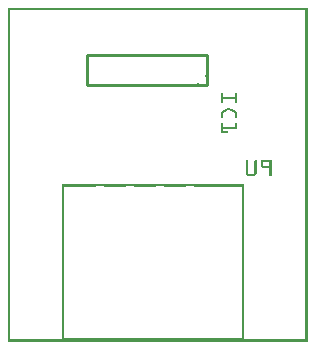
<source format=gbo>
G04 MADE WITH FRITZING*
G04 WWW.FRITZING.ORG*
G04 DOUBLE SIDED*
G04 HOLES PLATED*
G04 CONTOUR ON CENTER OF CONTOUR VECTOR*
%ASAXBY*%
%FSLAX23Y23*%
%MOIN*%
%OFA0B0*%
%SFA1.0B1.0*%
%ADD10C,0.010000*%
%ADD11C,0.008000*%
%ADD12R,0.001000X0.001000*%
%LNSILK0*%
G90*
G70*
G54D10*
X665Y857D02*
X265Y857D01*
D02*
X265Y857D02*
X265Y957D01*
D02*
X265Y957D02*
X665Y957D01*
D02*
X665Y957D02*
X665Y857D01*
G54D11*
D02*
X784Y10D02*
X784Y521D01*
D02*
X784Y10D02*
X184Y10D01*
D02*
X184Y521D02*
X184Y10D01*
G54D12*
X0Y1112D02*
X1000Y1112D01*
X0Y1111D02*
X1000Y1111D01*
X0Y1110D02*
X1000Y1110D01*
X0Y1109D02*
X1000Y1109D01*
X0Y1108D02*
X1000Y1108D01*
X0Y1107D02*
X1000Y1107D01*
X0Y1106D02*
X1000Y1106D01*
X0Y1105D02*
X1000Y1105D01*
X0Y1104D02*
X7Y1104D01*
X993Y1104D02*
X1000Y1104D01*
X0Y1103D02*
X7Y1103D01*
X993Y1103D02*
X1000Y1103D01*
X0Y1102D02*
X7Y1102D01*
X993Y1102D02*
X1000Y1102D01*
X0Y1101D02*
X7Y1101D01*
X993Y1101D02*
X1000Y1101D01*
X0Y1100D02*
X7Y1100D01*
X993Y1100D02*
X1000Y1100D01*
X0Y1099D02*
X7Y1099D01*
X993Y1099D02*
X1000Y1099D01*
X0Y1098D02*
X7Y1098D01*
X993Y1098D02*
X1000Y1098D01*
X0Y1097D02*
X7Y1097D01*
X993Y1097D02*
X1000Y1097D01*
X0Y1096D02*
X7Y1096D01*
X993Y1096D02*
X1000Y1096D01*
X0Y1095D02*
X7Y1095D01*
X993Y1095D02*
X1000Y1095D01*
X0Y1094D02*
X7Y1094D01*
X993Y1094D02*
X1000Y1094D01*
X0Y1093D02*
X7Y1093D01*
X993Y1093D02*
X1000Y1093D01*
X0Y1092D02*
X7Y1092D01*
X993Y1092D02*
X1000Y1092D01*
X0Y1091D02*
X7Y1091D01*
X993Y1091D02*
X1000Y1091D01*
X0Y1090D02*
X7Y1090D01*
X993Y1090D02*
X1000Y1090D01*
X0Y1089D02*
X7Y1089D01*
X993Y1089D02*
X1000Y1089D01*
X0Y1088D02*
X7Y1088D01*
X993Y1088D02*
X1000Y1088D01*
X0Y1087D02*
X7Y1087D01*
X993Y1087D02*
X1000Y1087D01*
X0Y1086D02*
X7Y1086D01*
X993Y1086D02*
X1000Y1086D01*
X0Y1085D02*
X7Y1085D01*
X993Y1085D02*
X1000Y1085D01*
X0Y1084D02*
X7Y1084D01*
X993Y1084D02*
X1000Y1084D01*
X0Y1083D02*
X7Y1083D01*
X993Y1083D02*
X1000Y1083D01*
X0Y1082D02*
X7Y1082D01*
X993Y1082D02*
X1000Y1082D01*
X0Y1081D02*
X7Y1081D01*
X993Y1081D02*
X1000Y1081D01*
X0Y1080D02*
X7Y1080D01*
X993Y1080D02*
X1000Y1080D01*
X0Y1079D02*
X7Y1079D01*
X993Y1079D02*
X1000Y1079D01*
X0Y1078D02*
X7Y1078D01*
X993Y1078D02*
X1000Y1078D01*
X0Y1077D02*
X7Y1077D01*
X993Y1077D02*
X1000Y1077D01*
X0Y1076D02*
X7Y1076D01*
X993Y1076D02*
X1000Y1076D01*
X0Y1075D02*
X7Y1075D01*
X993Y1075D02*
X1000Y1075D01*
X0Y1074D02*
X7Y1074D01*
X993Y1074D02*
X1000Y1074D01*
X0Y1073D02*
X7Y1073D01*
X993Y1073D02*
X1000Y1073D01*
X0Y1072D02*
X7Y1072D01*
X993Y1072D02*
X1000Y1072D01*
X0Y1071D02*
X7Y1071D01*
X993Y1071D02*
X1000Y1071D01*
X0Y1070D02*
X7Y1070D01*
X993Y1070D02*
X1000Y1070D01*
X0Y1069D02*
X7Y1069D01*
X993Y1069D02*
X1000Y1069D01*
X0Y1068D02*
X7Y1068D01*
X993Y1068D02*
X1000Y1068D01*
X0Y1067D02*
X7Y1067D01*
X993Y1067D02*
X1000Y1067D01*
X0Y1066D02*
X7Y1066D01*
X993Y1066D02*
X1000Y1066D01*
X0Y1065D02*
X7Y1065D01*
X993Y1065D02*
X1000Y1065D01*
X0Y1064D02*
X7Y1064D01*
X993Y1064D02*
X1000Y1064D01*
X0Y1063D02*
X7Y1063D01*
X993Y1063D02*
X1000Y1063D01*
X0Y1062D02*
X7Y1062D01*
X993Y1062D02*
X1000Y1062D01*
X0Y1061D02*
X7Y1061D01*
X993Y1061D02*
X1000Y1061D01*
X0Y1060D02*
X7Y1060D01*
X993Y1060D02*
X1000Y1060D01*
X0Y1059D02*
X7Y1059D01*
X993Y1059D02*
X1000Y1059D01*
X0Y1058D02*
X7Y1058D01*
X993Y1058D02*
X1000Y1058D01*
X0Y1057D02*
X7Y1057D01*
X993Y1057D02*
X1000Y1057D01*
X0Y1056D02*
X7Y1056D01*
X993Y1056D02*
X1000Y1056D01*
X0Y1055D02*
X7Y1055D01*
X993Y1055D02*
X1000Y1055D01*
X0Y1054D02*
X7Y1054D01*
X993Y1054D02*
X1000Y1054D01*
X0Y1053D02*
X7Y1053D01*
X993Y1053D02*
X1000Y1053D01*
X0Y1052D02*
X7Y1052D01*
X993Y1052D02*
X1000Y1052D01*
X0Y1051D02*
X7Y1051D01*
X993Y1051D02*
X1000Y1051D01*
X0Y1050D02*
X7Y1050D01*
X993Y1050D02*
X1000Y1050D01*
X0Y1049D02*
X7Y1049D01*
X993Y1049D02*
X1000Y1049D01*
X0Y1048D02*
X7Y1048D01*
X993Y1048D02*
X1000Y1048D01*
X0Y1047D02*
X7Y1047D01*
X993Y1047D02*
X1000Y1047D01*
X0Y1046D02*
X7Y1046D01*
X993Y1046D02*
X1000Y1046D01*
X0Y1045D02*
X7Y1045D01*
X993Y1045D02*
X1000Y1045D01*
X0Y1044D02*
X7Y1044D01*
X993Y1044D02*
X1000Y1044D01*
X0Y1043D02*
X7Y1043D01*
X993Y1043D02*
X1000Y1043D01*
X0Y1042D02*
X7Y1042D01*
X993Y1042D02*
X1000Y1042D01*
X0Y1041D02*
X7Y1041D01*
X993Y1041D02*
X1000Y1041D01*
X0Y1040D02*
X7Y1040D01*
X993Y1040D02*
X1000Y1040D01*
X0Y1039D02*
X7Y1039D01*
X993Y1039D02*
X1000Y1039D01*
X0Y1038D02*
X7Y1038D01*
X993Y1038D02*
X1000Y1038D01*
X0Y1037D02*
X7Y1037D01*
X993Y1037D02*
X1000Y1037D01*
X0Y1036D02*
X7Y1036D01*
X993Y1036D02*
X1000Y1036D01*
X0Y1035D02*
X7Y1035D01*
X993Y1035D02*
X1000Y1035D01*
X0Y1034D02*
X7Y1034D01*
X993Y1034D02*
X1000Y1034D01*
X0Y1033D02*
X7Y1033D01*
X993Y1033D02*
X1000Y1033D01*
X0Y1032D02*
X7Y1032D01*
X993Y1032D02*
X1000Y1032D01*
X0Y1031D02*
X7Y1031D01*
X993Y1031D02*
X1000Y1031D01*
X0Y1030D02*
X7Y1030D01*
X993Y1030D02*
X1000Y1030D01*
X0Y1029D02*
X7Y1029D01*
X993Y1029D02*
X1000Y1029D01*
X0Y1028D02*
X7Y1028D01*
X993Y1028D02*
X1000Y1028D01*
X0Y1027D02*
X7Y1027D01*
X993Y1027D02*
X1000Y1027D01*
X0Y1026D02*
X7Y1026D01*
X993Y1026D02*
X1000Y1026D01*
X0Y1025D02*
X7Y1025D01*
X993Y1025D02*
X1000Y1025D01*
X0Y1024D02*
X7Y1024D01*
X993Y1024D02*
X1000Y1024D01*
X0Y1023D02*
X7Y1023D01*
X993Y1023D02*
X1000Y1023D01*
X0Y1022D02*
X7Y1022D01*
X993Y1022D02*
X1000Y1022D01*
X0Y1021D02*
X7Y1021D01*
X993Y1021D02*
X1000Y1021D01*
X0Y1020D02*
X7Y1020D01*
X993Y1020D02*
X1000Y1020D01*
X0Y1019D02*
X7Y1019D01*
X993Y1019D02*
X1000Y1019D01*
X0Y1018D02*
X7Y1018D01*
X993Y1018D02*
X1000Y1018D01*
X0Y1017D02*
X7Y1017D01*
X993Y1017D02*
X1000Y1017D01*
X0Y1016D02*
X7Y1016D01*
X993Y1016D02*
X1000Y1016D01*
X0Y1015D02*
X7Y1015D01*
X993Y1015D02*
X1000Y1015D01*
X0Y1014D02*
X7Y1014D01*
X993Y1014D02*
X1000Y1014D01*
X0Y1013D02*
X7Y1013D01*
X993Y1013D02*
X1000Y1013D01*
X0Y1012D02*
X7Y1012D01*
X993Y1012D02*
X1000Y1012D01*
X0Y1011D02*
X7Y1011D01*
X993Y1011D02*
X1000Y1011D01*
X0Y1010D02*
X7Y1010D01*
X993Y1010D02*
X1000Y1010D01*
X0Y1009D02*
X7Y1009D01*
X993Y1009D02*
X1000Y1009D01*
X0Y1008D02*
X7Y1008D01*
X993Y1008D02*
X1000Y1008D01*
X0Y1007D02*
X7Y1007D01*
X993Y1007D02*
X1000Y1007D01*
X0Y1006D02*
X7Y1006D01*
X993Y1006D02*
X1000Y1006D01*
X0Y1005D02*
X7Y1005D01*
X993Y1005D02*
X1000Y1005D01*
X0Y1004D02*
X7Y1004D01*
X993Y1004D02*
X1000Y1004D01*
X0Y1003D02*
X7Y1003D01*
X993Y1003D02*
X1000Y1003D01*
X0Y1002D02*
X7Y1002D01*
X993Y1002D02*
X1000Y1002D01*
X0Y1001D02*
X7Y1001D01*
X993Y1001D02*
X1000Y1001D01*
X0Y1000D02*
X7Y1000D01*
X993Y1000D02*
X1000Y1000D01*
X0Y999D02*
X7Y999D01*
X993Y999D02*
X1000Y999D01*
X0Y998D02*
X7Y998D01*
X993Y998D02*
X1000Y998D01*
X0Y997D02*
X7Y997D01*
X993Y997D02*
X1000Y997D01*
X0Y996D02*
X7Y996D01*
X993Y996D02*
X1000Y996D01*
X0Y995D02*
X7Y995D01*
X993Y995D02*
X1000Y995D01*
X0Y994D02*
X7Y994D01*
X993Y994D02*
X1000Y994D01*
X0Y993D02*
X7Y993D01*
X993Y993D02*
X1000Y993D01*
X0Y992D02*
X7Y992D01*
X993Y992D02*
X1000Y992D01*
X0Y991D02*
X7Y991D01*
X993Y991D02*
X1000Y991D01*
X0Y990D02*
X7Y990D01*
X993Y990D02*
X1000Y990D01*
X0Y989D02*
X7Y989D01*
X993Y989D02*
X1000Y989D01*
X0Y988D02*
X7Y988D01*
X993Y988D02*
X1000Y988D01*
X0Y987D02*
X7Y987D01*
X993Y987D02*
X1000Y987D01*
X0Y986D02*
X7Y986D01*
X993Y986D02*
X1000Y986D01*
X0Y985D02*
X7Y985D01*
X993Y985D02*
X1000Y985D01*
X0Y984D02*
X7Y984D01*
X993Y984D02*
X1000Y984D01*
X0Y983D02*
X7Y983D01*
X993Y983D02*
X1000Y983D01*
X0Y982D02*
X7Y982D01*
X993Y982D02*
X1000Y982D01*
X0Y981D02*
X7Y981D01*
X993Y981D02*
X1000Y981D01*
X0Y980D02*
X7Y980D01*
X993Y980D02*
X1000Y980D01*
X0Y979D02*
X7Y979D01*
X993Y979D02*
X1000Y979D01*
X0Y978D02*
X7Y978D01*
X993Y978D02*
X1000Y978D01*
X0Y977D02*
X7Y977D01*
X993Y977D02*
X1000Y977D01*
X0Y976D02*
X7Y976D01*
X993Y976D02*
X1000Y976D01*
X0Y975D02*
X7Y975D01*
X993Y975D02*
X1000Y975D01*
X0Y974D02*
X7Y974D01*
X993Y974D02*
X1000Y974D01*
X0Y973D02*
X7Y973D01*
X993Y973D02*
X1000Y973D01*
X0Y972D02*
X7Y972D01*
X993Y972D02*
X1000Y972D01*
X0Y971D02*
X7Y971D01*
X993Y971D02*
X1000Y971D01*
X0Y970D02*
X7Y970D01*
X993Y970D02*
X1000Y970D01*
X0Y969D02*
X7Y969D01*
X993Y969D02*
X1000Y969D01*
X0Y968D02*
X7Y968D01*
X993Y968D02*
X1000Y968D01*
X0Y967D02*
X7Y967D01*
X993Y967D02*
X1000Y967D01*
X0Y966D02*
X7Y966D01*
X993Y966D02*
X1000Y966D01*
X0Y965D02*
X7Y965D01*
X993Y965D02*
X1000Y965D01*
X0Y964D02*
X7Y964D01*
X993Y964D02*
X1000Y964D01*
X0Y963D02*
X7Y963D01*
X993Y963D02*
X1000Y963D01*
X0Y962D02*
X7Y962D01*
X993Y962D02*
X1000Y962D01*
X0Y961D02*
X7Y961D01*
X993Y961D02*
X1000Y961D01*
X0Y960D02*
X7Y960D01*
X993Y960D02*
X1000Y960D01*
X0Y959D02*
X7Y959D01*
X993Y959D02*
X1000Y959D01*
X0Y958D02*
X7Y958D01*
X993Y958D02*
X1000Y958D01*
X0Y957D02*
X7Y957D01*
X993Y957D02*
X1000Y957D01*
X0Y956D02*
X7Y956D01*
X993Y956D02*
X1000Y956D01*
X0Y955D02*
X7Y955D01*
X993Y955D02*
X1000Y955D01*
X0Y954D02*
X7Y954D01*
X993Y954D02*
X1000Y954D01*
X0Y953D02*
X7Y953D01*
X993Y953D02*
X1000Y953D01*
X0Y952D02*
X7Y952D01*
X993Y952D02*
X1000Y952D01*
X0Y951D02*
X7Y951D01*
X993Y951D02*
X1000Y951D01*
X0Y950D02*
X7Y950D01*
X993Y950D02*
X1000Y950D01*
X0Y949D02*
X7Y949D01*
X993Y949D02*
X1000Y949D01*
X0Y948D02*
X7Y948D01*
X993Y948D02*
X1000Y948D01*
X0Y947D02*
X7Y947D01*
X993Y947D02*
X1000Y947D01*
X0Y946D02*
X7Y946D01*
X993Y946D02*
X1000Y946D01*
X0Y945D02*
X7Y945D01*
X993Y945D02*
X1000Y945D01*
X0Y944D02*
X7Y944D01*
X993Y944D02*
X1000Y944D01*
X0Y943D02*
X7Y943D01*
X993Y943D02*
X1000Y943D01*
X0Y942D02*
X7Y942D01*
X993Y942D02*
X1000Y942D01*
X0Y941D02*
X7Y941D01*
X993Y941D02*
X1000Y941D01*
X0Y940D02*
X7Y940D01*
X993Y940D02*
X1000Y940D01*
X0Y939D02*
X7Y939D01*
X993Y939D02*
X1000Y939D01*
X0Y938D02*
X7Y938D01*
X993Y938D02*
X1000Y938D01*
X0Y937D02*
X7Y937D01*
X993Y937D02*
X1000Y937D01*
X0Y936D02*
X7Y936D01*
X993Y936D02*
X1000Y936D01*
X0Y935D02*
X7Y935D01*
X993Y935D02*
X1000Y935D01*
X0Y934D02*
X7Y934D01*
X993Y934D02*
X1000Y934D01*
X0Y933D02*
X7Y933D01*
X993Y933D02*
X1000Y933D01*
X0Y932D02*
X7Y932D01*
X993Y932D02*
X1000Y932D01*
X0Y931D02*
X7Y931D01*
X993Y931D02*
X1000Y931D01*
X0Y930D02*
X7Y930D01*
X993Y930D02*
X1000Y930D01*
X0Y929D02*
X7Y929D01*
X993Y929D02*
X1000Y929D01*
X0Y928D02*
X7Y928D01*
X993Y928D02*
X1000Y928D01*
X0Y927D02*
X7Y927D01*
X993Y927D02*
X1000Y927D01*
X0Y926D02*
X7Y926D01*
X993Y926D02*
X1000Y926D01*
X0Y925D02*
X7Y925D01*
X993Y925D02*
X1000Y925D01*
X0Y924D02*
X7Y924D01*
X993Y924D02*
X1000Y924D01*
X0Y923D02*
X7Y923D01*
X993Y923D02*
X1000Y923D01*
X0Y922D02*
X7Y922D01*
X993Y922D02*
X1000Y922D01*
X0Y921D02*
X7Y921D01*
X993Y921D02*
X1000Y921D01*
X0Y920D02*
X7Y920D01*
X993Y920D02*
X1000Y920D01*
X0Y919D02*
X7Y919D01*
X993Y919D02*
X1000Y919D01*
X0Y918D02*
X7Y918D01*
X993Y918D02*
X1000Y918D01*
X0Y917D02*
X7Y917D01*
X993Y917D02*
X1000Y917D01*
X0Y916D02*
X7Y916D01*
X993Y916D02*
X1000Y916D01*
X0Y915D02*
X7Y915D01*
X993Y915D02*
X1000Y915D01*
X0Y914D02*
X7Y914D01*
X993Y914D02*
X1000Y914D01*
X0Y913D02*
X7Y913D01*
X993Y913D02*
X1000Y913D01*
X0Y912D02*
X7Y912D01*
X993Y912D02*
X1000Y912D01*
X0Y911D02*
X7Y911D01*
X993Y911D02*
X1000Y911D01*
X0Y910D02*
X7Y910D01*
X993Y910D02*
X1000Y910D01*
X0Y909D02*
X7Y909D01*
X993Y909D02*
X1000Y909D01*
X0Y908D02*
X7Y908D01*
X993Y908D02*
X1000Y908D01*
X0Y907D02*
X7Y907D01*
X993Y907D02*
X1000Y907D01*
X0Y906D02*
X7Y906D01*
X993Y906D02*
X1000Y906D01*
X0Y905D02*
X7Y905D01*
X993Y905D02*
X1000Y905D01*
X0Y904D02*
X7Y904D01*
X993Y904D02*
X1000Y904D01*
X0Y903D02*
X7Y903D01*
X993Y903D02*
X1000Y903D01*
X0Y902D02*
X7Y902D01*
X993Y902D02*
X1000Y902D01*
X0Y901D02*
X7Y901D01*
X993Y901D02*
X1000Y901D01*
X0Y900D02*
X7Y900D01*
X993Y900D02*
X1000Y900D01*
X0Y899D02*
X7Y899D01*
X993Y899D02*
X1000Y899D01*
X0Y898D02*
X7Y898D01*
X993Y898D02*
X1000Y898D01*
X0Y897D02*
X7Y897D01*
X993Y897D02*
X1000Y897D01*
X0Y896D02*
X7Y896D01*
X993Y896D02*
X1000Y896D01*
X0Y895D02*
X7Y895D01*
X993Y895D02*
X1000Y895D01*
X0Y894D02*
X7Y894D01*
X993Y894D02*
X1000Y894D01*
X0Y893D02*
X7Y893D01*
X663Y893D02*
X663Y893D01*
X993Y893D02*
X1000Y893D01*
X0Y892D02*
X7Y892D01*
X662Y892D02*
X664Y892D01*
X993Y892D02*
X1000Y892D01*
X0Y891D02*
X7Y891D01*
X661Y891D02*
X665Y891D01*
X993Y891D02*
X1000Y891D01*
X0Y890D02*
X7Y890D01*
X660Y890D02*
X666Y890D01*
X993Y890D02*
X1000Y890D01*
X0Y889D02*
X7Y889D01*
X659Y889D02*
X665Y889D01*
X993Y889D02*
X1000Y889D01*
X0Y888D02*
X7Y888D01*
X659Y888D02*
X664Y888D01*
X993Y888D02*
X1000Y888D01*
X0Y887D02*
X7Y887D01*
X659Y887D02*
X663Y887D01*
X993Y887D02*
X1000Y887D01*
X0Y886D02*
X7Y886D01*
X659Y886D02*
X662Y886D01*
X993Y886D02*
X1000Y886D01*
X0Y885D02*
X7Y885D01*
X659Y885D02*
X661Y885D01*
X993Y885D02*
X1000Y885D01*
X0Y884D02*
X7Y884D01*
X659Y884D02*
X660Y884D01*
X993Y884D02*
X1000Y884D01*
X0Y883D02*
X7Y883D01*
X659Y883D02*
X659Y883D01*
X993Y883D02*
X1000Y883D01*
X0Y882D02*
X7Y882D01*
X993Y882D02*
X1000Y882D01*
X0Y881D02*
X7Y881D01*
X993Y881D02*
X1000Y881D01*
X0Y880D02*
X7Y880D01*
X993Y880D02*
X1000Y880D01*
X0Y879D02*
X7Y879D01*
X993Y879D02*
X1000Y879D01*
X0Y878D02*
X7Y878D01*
X993Y878D02*
X1000Y878D01*
X0Y877D02*
X7Y877D01*
X993Y877D02*
X1000Y877D01*
X0Y876D02*
X7Y876D01*
X993Y876D02*
X1000Y876D01*
X0Y875D02*
X7Y875D01*
X993Y875D02*
X1000Y875D01*
X0Y874D02*
X7Y874D01*
X993Y874D02*
X1000Y874D01*
X0Y873D02*
X7Y873D01*
X993Y873D02*
X1000Y873D01*
X0Y872D02*
X7Y872D01*
X993Y872D02*
X1000Y872D01*
X0Y871D02*
X7Y871D01*
X993Y871D02*
X1000Y871D01*
X0Y870D02*
X7Y870D01*
X993Y870D02*
X1000Y870D01*
X0Y869D02*
X7Y869D01*
X993Y869D02*
X1000Y869D01*
X0Y868D02*
X7Y868D01*
X993Y868D02*
X1000Y868D01*
X0Y867D02*
X7Y867D01*
X993Y867D02*
X1000Y867D01*
X0Y866D02*
X7Y866D01*
X993Y866D02*
X1000Y866D01*
X0Y865D02*
X7Y865D01*
X993Y865D02*
X1000Y865D01*
X0Y864D02*
X7Y864D01*
X993Y864D02*
X1000Y864D01*
X0Y863D02*
X7Y863D01*
X993Y863D02*
X1000Y863D01*
X0Y862D02*
X7Y862D01*
X632Y862D02*
X638Y862D01*
X993Y862D02*
X1000Y862D01*
X0Y861D02*
X7Y861D01*
X631Y861D02*
X637Y861D01*
X993Y861D02*
X1000Y861D01*
X0Y860D02*
X7Y860D01*
X630Y860D02*
X636Y860D01*
X993Y860D02*
X1000Y860D01*
X0Y859D02*
X7Y859D01*
X629Y859D02*
X635Y859D01*
X993Y859D02*
X1000Y859D01*
X0Y858D02*
X7Y858D01*
X629Y858D02*
X634Y858D01*
X993Y858D02*
X1000Y858D01*
X0Y857D02*
X7Y857D01*
X630Y857D02*
X633Y857D01*
X993Y857D02*
X1000Y857D01*
X0Y856D02*
X7Y856D01*
X631Y856D02*
X632Y856D01*
X993Y856D02*
X1000Y856D01*
X0Y855D02*
X7Y855D01*
X993Y855D02*
X1000Y855D01*
X0Y854D02*
X7Y854D01*
X993Y854D02*
X1000Y854D01*
X0Y853D02*
X7Y853D01*
X993Y853D02*
X1000Y853D01*
X0Y852D02*
X7Y852D01*
X993Y852D02*
X1000Y852D01*
X0Y851D02*
X7Y851D01*
X993Y851D02*
X1000Y851D01*
X0Y850D02*
X7Y850D01*
X993Y850D02*
X1000Y850D01*
X0Y849D02*
X7Y849D01*
X993Y849D02*
X1000Y849D01*
X0Y848D02*
X7Y848D01*
X993Y848D02*
X1000Y848D01*
X0Y847D02*
X7Y847D01*
X993Y847D02*
X1000Y847D01*
X0Y846D02*
X7Y846D01*
X993Y846D02*
X1000Y846D01*
X0Y845D02*
X7Y845D01*
X993Y845D02*
X1000Y845D01*
X0Y844D02*
X7Y844D01*
X993Y844D02*
X1000Y844D01*
X0Y843D02*
X7Y843D01*
X993Y843D02*
X1000Y843D01*
X0Y842D02*
X7Y842D01*
X993Y842D02*
X1000Y842D01*
X0Y841D02*
X7Y841D01*
X993Y841D02*
X1000Y841D01*
X0Y840D02*
X7Y840D01*
X993Y840D02*
X1000Y840D01*
X0Y839D02*
X7Y839D01*
X993Y839D02*
X1000Y839D01*
X0Y838D02*
X7Y838D01*
X993Y838D02*
X1000Y838D01*
X0Y837D02*
X7Y837D01*
X993Y837D02*
X1000Y837D01*
X0Y836D02*
X7Y836D01*
X993Y836D02*
X1000Y836D01*
X0Y835D02*
X7Y835D01*
X993Y835D02*
X1000Y835D01*
X0Y834D02*
X7Y834D01*
X993Y834D02*
X1000Y834D01*
X0Y833D02*
X7Y833D01*
X993Y833D02*
X1000Y833D01*
X0Y832D02*
X7Y832D01*
X993Y832D02*
X1000Y832D01*
X0Y831D02*
X7Y831D01*
X993Y831D02*
X1000Y831D01*
X0Y830D02*
X7Y830D01*
X993Y830D02*
X1000Y830D01*
X0Y829D02*
X7Y829D01*
X714Y829D02*
X714Y829D01*
X761Y829D02*
X761Y829D01*
X993Y829D02*
X1000Y829D01*
X0Y828D02*
X7Y828D01*
X712Y828D02*
X716Y828D01*
X759Y828D02*
X763Y828D01*
X993Y828D02*
X1000Y828D01*
X0Y827D02*
X7Y827D01*
X711Y827D02*
X716Y827D01*
X758Y827D02*
X764Y827D01*
X993Y827D02*
X1000Y827D01*
X0Y826D02*
X7Y826D01*
X711Y826D02*
X717Y826D01*
X758Y826D02*
X764Y826D01*
X993Y826D02*
X1000Y826D01*
X0Y825D02*
X7Y825D01*
X711Y825D02*
X717Y825D01*
X758Y825D02*
X764Y825D01*
X993Y825D02*
X1000Y825D01*
X0Y824D02*
X7Y824D01*
X711Y824D02*
X717Y824D01*
X758Y824D02*
X764Y824D01*
X993Y824D02*
X1000Y824D01*
X0Y823D02*
X7Y823D01*
X711Y823D02*
X717Y823D01*
X758Y823D02*
X764Y823D01*
X993Y823D02*
X1000Y823D01*
X0Y822D02*
X7Y822D01*
X711Y822D02*
X717Y822D01*
X758Y822D02*
X764Y822D01*
X993Y822D02*
X1000Y822D01*
X0Y821D02*
X7Y821D01*
X711Y821D02*
X717Y821D01*
X758Y821D02*
X764Y821D01*
X993Y821D02*
X1000Y821D01*
X0Y820D02*
X7Y820D01*
X711Y820D02*
X717Y820D01*
X758Y820D02*
X764Y820D01*
X993Y820D02*
X1000Y820D01*
X0Y819D02*
X7Y819D01*
X711Y819D02*
X717Y819D01*
X758Y819D02*
X764Y819D01*
X993Y819D02*
X1000Y819D01*
X0Y818D02*
X7Y818D01*
X711Y818D02*
X717Y818D01*
X758Y818D02*
X764Y818D01*
X993Y818D02*
X1000Y818D01*
X0Y817D02*
X7Y817D01*
X711Y817D02*
X717Y817D01*
X758Y817D02*
X764Y817D01*
X993Y817D02*
X1000Y817D01*
X0Y816D02*
X7Y816D01*
X711Y816D02*
X717Y816D01*
X758Y816D02*
X764Y816D01*
X993Y816D02*
X1000Y816D01*
X0Y815D02*
X7Y815D01*
X711Y815D02*
X764Y815D01*
X993Y815D02*
X1000Y815D01*
X0Y814D02*
X7Y814D01*
X711Y814D02*
X764Y814D01*
X993Y814D02*
X1000Y814D01*
X0Y813D02*
X7Y813D01*
X711Y813D02*
X764Y813D01*
X993Y813D02*
X1000Y813D01*
X0Y812D02*
X7Y812D01*
X711Y812D02*
X764Y812D01*
X993Y812D02*
X1000Y812D01*
X0Y811D02*
X7Y811D01*
X711Y811D02*
X764Y811D01*
X993Y811D02*
X1000Y811D01*
X0Y810D02*
X7Y810D01*
X711Y810D02*
X764Y810D01*
X993Y810D02*
X1000Y810D01*
X0Y809D02*
X7Y809D01*
X711Y809D02*
X764Y809D01*
X993Y809D02*
X1000Y809D01*
X0Y808D02*
X7Y808D01*
X711Y808D02*
X717Y808D01*
X758Y808D02*
X764Y808D01*
X993Y808D02*
X1000Y808D01*
X0Y807D02*
X7Y807D01*
X711Y807D02*
X717Y807D01*
X758Y807D02*
X764Y807D01*
X993Y807D02*
X1000Y807D01*
X0Y806D02*
X7Y806D01*
X711Y806D02*
X717Y806D01*
X758Y806D02*
X764Y806D01*
X993Y806D02*
X1000Y806D01*
X0Y805D02*
X7Y805D01*
X711Y805D02*
X717Y805D01*
X758Y805D02*
X764Y805D01*
X993Y805D02*
X1000Y805D01*
X0Y804D02*
X7Y804D01*
X711Y804D02*
X717Y804D01*
X758Y804D02*
X764Y804D01*
X993Y804D02*
X1000Y804D01*
X0Y803D02*
X7Y803D01*
X711Y803D02*
X717Y803D01*
X758Y803D02*
X764Y803D01*
X993Y803D02*
X1000Y803D01*
X0Y802D02*
X7Y802D01*
X711Y802D02*
X717Y802D01*
X758Y802D02*
X764Y802D01*
X993Y802D02*
X1000Y802D01*
X0Y801D02*
X7Y801D01*
X711Y801D02*
X717Y801D01*
X758Y801D02*
X764Y801D01*
X993Y801D02*
X1000Y801D01*
X0Y800D02*
X7Y800D01*
X711Y800D02*
X717Y800D01*
X758Y800D02*
X764Y800D01*
X993Y800D02*
X1000Y800D01*
X0Y799D02*
X7Y799D01*
X711Y799D02*
X717Y799D01*
X758Y799D02*
X764Y799D01*
X993Y799D02*
X1000Y799D01*
X0Y798D02*
X7Y798D01*
X711Y798D02*
X717Y798D01*
X758Y798D02*
X764Y798D01*
X993Y798D02*
X1000Y798D01*
X0Y797D02*
X7Y797D01*
X711Y797D02*
X716Y797D01*
X758Y797D02*
X764Y797D01*
X993Y797D02*
X1000Y797D01*
X0Y796D02*
X7Y796D01*
X711Y796D02*
X716Y796D01*
X759Y796D02*
X763Y796D01*
X993Y796D02*
X1000Y796D01*
X0Y795D02*
X7Y795D01*
X713Y795D02*
X715Y795D01*
X760Y795D02*
X762Y795D01*
X993Y795D02*
X1000Y795D01*
X0Y794D02*
X7Y794D01*
X993Y794D02*
X1000Y794D01*
X0Y793D02*
X7Y793D01*
X993Y793D02*
X1000Y793D01*
X0Y792D02*
X7Y792D01*
X993Y792D02*
X1000Y792D01*
X0Y791D02*
X7Y791D01*
X993Y791D02*
X1000Y791D01*
X0Y790D02*
X7Y790D01*
X993Y790D02*
X1000Y790D01*
X0Y789D02*
X7Y789D01*
X993Y789D02*
X1000Y789D01*
X0Y788D02*
X7Y788D01*
X993Y788D02*
X1000Y788D01*
X0Y787D02*
X7Y787D01*
X993Y787D02*
X1000Y787D01*
X0Y786D02*
X7Y786D01*
X993Y786D02*
X1000Y786D01*
X0Y785D02*
X7Y785D01*
X993Y785D02*
X1000Y785D01*
X0Y784D02*
X7Y784D01*
X993Y784D02*
X1000Y784D01*
X0Y783D02*
X7Y783D01*
X993Y783D02*
X1000Y783D01*
X0Y782D02*
X7Y782D01*
X993Y782D02*
X1000Y782D01*
X0Y781D02*
X7Y781D01*
X993Y781D02*
X1000Y781D01*
X0Y780D02*
X7Y780D01*
X993Y780D02*
X1000Y780D01*
X0Y779D02*
X7Y779D01*
X736Y779D02*
X739Y779D01*
X993Y779D02*
X1000Y779D01*
X0Y778D02*
X7Y778D01*
X732Y778D02*
X742Y778D01*
X993Y778D02*
X1000Y778D01*
X0Y777D02*
X7Y777D01*
X730Y777D02*
X745Y777D01*
X993Y777D02*
X1000Y777D01*
X0Y776D02*
X7Y776D01*
X728Y776D02*
X747Y776D01*
X993Y776D02*
X1000Y776D01*
X0Y775D02*
X7Y775D01*
X726Y775D02*
X749Y775D01*
X993Y775D02*
X1000Y775D01*
X0Y774D02*
X7Y774D01*
X724Y774D02*
X751Y774D01*
X993Y774D02*
X1000Y774D01*
X0Y773D02*
X7Y773D01*
X722Y773D02*
X753Y773D01*
X993Y773D02*
X1000Y773D01*
X0Y772D02*
X7Y772D01*
X720Y772D02*
X736Y772D01*
X739Y772D02*
X755Y772D01*
X993Y772D02*
X1000Y772D01*
X0Y771D02*
X7Y771D01*
X718Y771D02*
X732Y771D01*
X742Y771D02*
X757Y771D01*
X993Y771D02*
X1000Y771D01*
X0Y770D02*
X7Y770D01*
X716Y770D02*
X730Y770D01*
X744Y770D02*
X759Y770D01*
X993Y770D02*
X1000Y770D01*
X0Y769D02*
X7Y769D01*
X715Y769D02*
X728Y769D01*
X746Y769D02*
X760Y769D01*
X993Y769D02*
X1000Y769D01*
X0Y768D02*
X7Y768D01*
X714Y768D02*
X726Y768D01*
X748Y768D02*
X761Y768D01*
X993Y768D02*
X1000Y768D01*
X0Y767D02*
X7Y767D01*
X713Y767D02*
X724Y767D01*
X750Y767D02*
X762Y767D01*
X993Y767D02*
X1000Y767D01*
X0Y766D02*
X7Y766D01*
X712Y766D02*
X722Y766D01*
X752Y766D02*
X763Y766D01*
X993Y766D02*
X1000Y766D01*
X0Y765D02*
X7Y765D01*
X712Y765D02*
X720Y765D01*
X754Y765D02*
X763Y765D01*
X993Y765D02*
X1000Y765D01*
X0Y764D02*
X7Y764D01*
X711Y764D02*
X719Y764D01*
X756Y764D02*
X763Y764D01*
X993Y764D02*
X1000Y764D01*
X0Y763D02*
X7Y763D01*
X711Y763D02*
X717Y763D01*
X757Y763D02*
X764Y763D01*
X993Y763D02*
X1000Y763D01*
X0Y762D02*
X7Y762D01*
X711Y762D02*
X717Y762D01*
X758Y762D02*
X764Y762D01*
X993Y762D02*
X1000Y762D01*
X0Y761D02*
X7Y761D01*
X711Y761D02*
X717Y761D01*
X758Y761D02*
X764Y761D01*
X993Y761D02*
X1000Y761D01*
X0Y760D02*
X7Y760D01*
X711Y760D02*
X717Y760D01*
X758Y760D02*
X764Y760D01*
X993Y760D02*
X1000Y760D01*
X0Y759D02*
X7Y759D01*
X711Y759D02*
X717Y759D01*
X758Y759D02*
X764Y759D01*
X993Y759D02*
X1000Y759D01*
X0Y758D02*
X7Y758D01*
X711Y758D02*
X717Y758D01*
X758Y758D02*
X764Y758D01*
X993Y758D02*
X1000Y758D01*
X0Y757D02*
X7Y757D01*
X711Y757D02*
X717Y757D01*
X758Y757D02*
X764Y757D01*
X993Y757D02*
X1000Y757D01*
X0Y756D02*
X7Y756D01*
X711Y756D02*
X717Y756D01*
X758Y756D02*
X764Y756D01*
X993Y756D02*
X1000Y756D01*
X0Y755D02*
X7Y755D01*
X711Y755D02*
X717Y755D01*
X758Y755D02*
X764Y755D01*
X993Y755D02*
X1000Y755D01*
X0Y754D02*
X7Y754D01*
X711Y754D02*
X717Y754D01*
X758Y754D02*
X764Y754D01*
X993Y754D02*
X1000Y754D01*
X0Y753D02*
X7Y753D01*
X711Y753D02*
X717Y753D01*
X758Y753D02*
X764Y753D01*
X993Y753D02*
X1000Y753D01*
X0Y752D02*
X7Y752D01*
X711Y752D02*
X717Y752D01*
X758Y752D02*
X764Y752D01*
X993Y752D02*
X1000Y752D01*
X0Y751D02*
X7Y751D01*
X711Y751D02*
X717Y751D01*
X758Y751D02*
X764Y751D01*
X993Y751D02*
X1000Y751D01*
X0Y750D02*
X7Y750D01*
X711Y750D02*
X717Y750D01*
X758Y750D02*
X764Y750D01*
X993Y750D02*
X1000Y750D01*
X0Y749D02*
X7Y749D01*
X711Y749D02*
X717Y749D01*
X758Y749D02*
X764Y749D01*
X993Y749D02*
X1000Y749D01*
X0Y748D02*
X7Y748D01*
X711Y748D02*
X717Y748D01*
X758Y748D02*
X764Y748D01*
X993Y748D02*
X1000Y748D01*
X0Y747D02*
X7Y747D01*
X711Y747D02*
X716Y747D01*
X758Y747D02*
X764Y747D01*
X993Y747D02*
X1000Y747D01*
X0Y746D02*
X7Y746D01*
X711Y746D02*
X716Y746D01*
X759Y746D02*
X763Y746D01*
X993Y746D02*
X1000Y746D01*
X0Y745D02*
X7Y745D01*
X713Y745D02*
X715Y745D01*
X760Y745D02*
X762Y745D01*
X993Y745D02*
X1000Y745D01*
X0Y744D02*
X7Y744D01*
X993Y744D02*
X1000Y744D01*
X0Y743D02*
X7Y743D01*
X993Y743D02*
X1000Y743D01*
X0Y742D02*
X7Y742D01*
X993Y742D02*
X1000Y742D01*
X0Y741D02*
X7Y741D01*
X993Y741D02*
X1000Y741D01*
X0Y740D02*
X7Y740D01*
X993Y740D02*
X1000Y740D01*
X0Y739D02*
X7Y739D01*
X993Y739D02*
X1000Y739D01*
X0Y738D02*
X7Y738D01*
X993Y738D02*
X1000Y738D01*
X0Y737D02*
X7Y737D01*
X993Y737D02*
X1000Y737D01*
X0Y736D02*
X7Y736D01*
X993Y736D02*
X1000Y736D01*
X0Y735D02*
X7Y735D01*
X993Y735D02*
X1000Y735D01*
X0Y734D02*
X7Y734D01*
X993Y734D02*
X1000Y734D01*
X0Y733D02*
X7Y733D01*
X993Y733D02*
X1000Y733D01*
X0Y732D02*
X7Y732D01*
X993Y732D02*
X1000Y732D01*
X0Y731D02*
X7Y731D01*
X993Y731D02*
X1000Y731D01*
X0Y730D02*
X7Y730D01*
X993Y730D02*
X1000Y730D01*
X0Y729D02*
X7Y729D01*
X713Y729D02*
X714Y729D01*
X760Y729D02*
X761Y729D01*
X993Y729D02*
X1000Y729D01*
X0Y728D02*
X7Y728D01*
X712Y728D02*
X716Y728D01*
X759Y728D02*
X763Y728D01*
X993Y728D02*
X1000Y728D01*
X0Y727D02*
X7Y727D01*
X711Y727D02*
X716Y727D01*
X758Y727D02*
X764Y727D01*
X993Y727D02*
X1000Y727D01*
X0Y726D02*
X7Y726D01*
X711Y726D02*
X717Y726D01*
X758Y726D02*
X764Y726D01*
X993Y726D02*
X1000Y726D01*
X0Y725D02*
X7Y725D01*
X711Y725D02*
X717Y725D01*
X758Y725D02*
X764Y725D01*
X993Y725D02*
X1000Y725D01*
X0Y724D02*
X7Y724D01*
X711Y724D02*
X717Y724D01*
X758Y724D02*
X764Y724D01*
X993Y724D02*
X1000Y724D01*
X0Y723D02*
X7Y723D01*
X711Y723D02*
X717Y723D01*
X758Y723D02*
X764Y723D01*
X993Y723D02*
X1000Y723D01*
X0Y722D02*
X7Y722D01*
X711Y722D02*
X717Y722D01*
X758Y722D02*
X764Y722D01*
X993Y722D02*
X1000Y722D01*
X0Y721D02*
X7Y721D01*
X711Y721D02*
X717Y721D01*
X758Y721D02*
X764Y721D01*
X993Y721D02*
X1000Y721D01*
X0Y720D02*
X7Y720D01*
X711Y720D02*
X717Y720D01*
X758Y720D02*
X764Y720D01*
X993Y720D02*
X1000Y720D01*
X0Y719D02*
X7Y719D01*
X711Y719D02*
X717Y719D01*
X758Y719D02*
X764Y719D01*
X993Y719D02*
X1000Y719D01*
X0Y718D02*
X7Y718D01*
X711Y718D02*
X717Y718D01*
X758Y718D02*
X764Y718D01*
X993Y718D02*
X1000Y718D01*
X0Y717D02*
X7Y717D01*
X711Y717D02*
X717Y717D01*
X758Y717D02*
X764Y717D01*
X993Y717D02*
X1000Y717D01*
X0Y716D02*
X7Y716D01*
X711Y716D02*
X717Y716D01*
X758Y716D02*
X764Y716D01*
X993Y716D02*
X1000Y716D01*
X0Y715D02*
X7Y715D01*
X711Y715D02*
X764Y715D01*
X993Y715D02*
X1000Y715D01*
X0Y714D02*
X7Y714D01*
X711Y714D02*
X764Y714D01*
X993Y714D02*
X1000Y714D01*
X0Y713D02*
X7Y713D01*
X711Y713D02*
X764Y713D01*
X993Y713D02*
X1000Y713D01*
X0Y712D02*
X7Y712D01*
X711Y712D02*
X764Y712D01*
X993Y712D02*
X1000Y712D01*
X0Y711D02*
X7Y711D01*
X711Y711D02*
X764Y711D01*
X993Y711D02*
X1000Y711D01*
X0Y710D02*
X7Y710D01*
X711Y710D02*
X764Y710D01*
X993Y710D02*
X1000Y710D01*
X0Y709D02*
X7Y709D01*
X711Y709D02*
X764Y709D01*
X993Y709D02*
X1000Y709D01*
X0Y708D02*
X7Y708D01*
X711Y708D02*
X717Y708D01*
X993Y708D02*
X1000Y708D01*
X0Y707D02*
X7Y707D01*
X711Y707D02*
X717Y707D01*
X993Y707D02*
X1000Y707D01*
X0Y706D02*
X7Y706D01*
X711Y706D02*
X717Y706D01*
X993Y706D02*
X1000Y706D01*
X0Y705D02*
X7Y705D01*
X711Y705D02*
X717Y705D01*
X993Y705D02*
X1000Y705D01*
X0Y704D02*
X7Y704D01*
X711Y704D02*
X717Y704D01*
X993Y704D02*
X1000Y704D01*
X0Y703D02*
X7Y703D01*
X711Y703D02*
X717Y703D01*
X993Y703D02*
X1000Y703D01*
X0Y702D02*
X7Y702D01*
X711Y702D02*
X717Y702D01*
X993Y702D02*
X1000Y702D01*
X0Y701D02*
X7Y701D01*
X711Y701D02*
X733Y701D01*
X993Y701D02*
X1000Y701D01*
X0Y700D02*
X7Y700D01*
X711Y700D02*
X734Y700D01*
X993Y700D02*
X1000Y700D01*
X0Y699D02*
X7Y699D01*
X711Y699D02*
X734Y699D01*
X993Y699D02*
X1000Y699D01*
X0Y698D02*
X7Y698D01*
X711Y698D02*
X734Y698D01*
X993Y698D02*
X1000Y698D01*
X0Y697D02*
X7Y697D01*
X711Y697D02*
X734Y697D01*
X993Y697D02*
X1000Y697D01*
X0Y696D02*
X7Y696D01*
X712Y696D02*
X734Y696D01*
X993Y696D02*
X1000Y696D01*
X0Y695D02*
X7Y695D01*
X713Y695D02*
X732Y695D01*
X993Y695D02*
X1000Y695D01*
X0Y694D02*
X7Y694D01*
X993Y694D02*
X1000Y694D01*
X0Y693D02*
X7Y693D01*
X993Y693D02*
X1000Y693D01*
X0Y692D02*
X7Y692D01*
X993Y692D02*
X1000Y692D01*
X0Y691D02*
X7Y691D01*
X993Y691D02*
X1000Y691D01*
X0Y690D02*
X7Y690D01*
X993Y690D02*
X1000Y690D01*
X0Y689D02*
X7Y689D01*
X993Y689D02*
X1000Y689D01*
X0Y688D02*
X7Y688D01*
X993Y688D02*
X1000Y688D01*
X0Y687D02*
X7Y687D01*
X993Y687D02*
X1000Y687D01*
X0Y686D02*
X7Y686D01*
X993Y686D02*
X1000Y686D01*
X0Y685D02*
X7Y685D01*
X993Y685D02*
X1000Y685D01*
X0Y684D02*
X7Y684D01*
X993Y684D02*
X1000Y684D01*
X0Y683D02*
X7Y683D01*
X993Y683D02*
X1000Y683D01*
X0Y682D02*
X7Y682D01*
X993Y682D02*
X1000Y682D01*
X0Y681D02*
X7Y681D01*
X993Y681D02*
X1000Y681D01*
X0Y680D02*
X7Y680D01*
X993Y680D02*
X1000Y680D01*
X0Y679D02*
X7Y679D01*
X993Y679D02*
X1000Y679D01*
X0Y678D02*
X7Y678D01*
X993Y678D02*
X1000Y678D01*
X0Y677D02*
X7Y677D01*
X993Y677D02*
X1000Y677D01*
X0Y676D02*
X7Y676D01*
X993Y676D02*
X1000Y676D01*
X0Y675D02*
X7Y675D01*
X993Y675D02*
X1000Y675D01*
X0Y674D02*
X7Y674D01*
X993Y674D02*
X1000Y674D01*
X0Y673D02*
X7Y673D01*
X993Y673D02*
X1000Y673D01*
X0Y672D02*
X7Y672D01*
X993Y672D02*
X1000Y672D01*
X0Y671D02*
X7Y671D01*
X993Y671D02*
X1000Y671D01*
X0Y670D02*
X7Y670D01*
X993Y670D02*
X1000Y670D01*
X0Y669D02*
X7Y669D01*
X993Y669D02*
X1000Y669D01*
X0Y668D02*
X7Y668D01*
X993Y668D02*
X1000Y668D01*
X0Y667D02*
X7Y667D01*
X993Y667D02*
X1000Y667D01*
X0Y666D02*
X7Y666D01*
X993Y666D02*
X1000Y666D01*
X0Y665D02*
X7Y665D01*
X993Y665D02*
X1000Y665D01*
X0Y664D02*
X7Y664D01*
X993Y664D02*
X1000Y664D01*
X0Y663D02*
X7Y663D01*
X993Y663D02*
X1000Y663D01*
X0Y662D02*
X7Y662D01*
X993Y662D02*
X1000Y662D01*
X0Y661D02*
X7Y661D01*
X993Y661D02*
X1000Y661D01*
X0Y660D02*
X7Y660D01*
X993Y660D02*
X1000Y660D01*
X0Y659D02*
X7Y659D01*
X993Y659D02*
X1000Y659D01*
X0Y658D02*
X7Y658D01*
X993Y658D02*
X1000Y658D01*
X0Y657D02*
X7Y657D01*
X993Y657D02*
X1000Y657D01*
X0Y656D02*
X7Y656D01*
X993Y656D02*
X1000Y656D01*
X0Y655D02*
X7Y655D01*
X993Y655D02*
X1000Y655D01*
X0Y654D02*
X7Y654D01*
X993Y654D02*
X1000Y654D01*
X0Y653D02*
X7Y653D01*
X993Y653D02*
X1000Y653D01*
X0Y652D02*
X7Y652D01*
X993Y652D02*
X1000Y652D01*
X0Y651D02*
X7Y651D01*
X993Y651D02*
X1000Y651D01*
X0Y650D02*
X7Y650D01*
X993Y650D02*
X1000Y650D01*
X0Y649D02*
X7Y649D01*
X993Y649D02*
X1000Y649D01*
X0Y648D02*
X7Y648D01*
X993Y648D02*
X1000Y648D01*
X0Y647D02*
X7Y647D01*
X993Y647D02*
X1000Y647D01*
X0Y646D02*
X7Y646D01*
X993Y646D02*
X1000Y646D01*
X0Y645D02*
X7Y645D01*
X993Y645D02*
X1000Y645D01*
X0Y644D02*
X7Y644D01*
X993Y644D02*
X1000Y644D01*
X0Y643D02*
X7Y643D01*
X993Y643D02*
X1000Y643D01*
X0Y642D02*
X7Y642D01*
X993Y642D02*
X1000Y642D01*
X0Y641D02*
X7Y641D01*
X993Y641D02*
X1000Y641D01*
X0Y640D02*
X7Y640D01*
X993Y640D02*
X1000Y640D01*
X0Y639D02*
X7Y639D01*
X993Y639D02*
X1000Y639D01*
X0Y638D02*
X7Y638D01*
X993Y638D02*
X1000Y638D01*
X0Y637D02*
X7Y637D01*
X993Y637D02*
X1000Y637D01*
X0Y636D02*
X7Y636D01*
X993Y636D02*
X1000Y636D01*
X0Y635D02*
X7Y635D01*
X993Y635D02*
X1000Y635D01*
X0Y634D02*
X7Y634D01*
X993Y634D02*
X1000Y634D01*
X0Y633D02*
X7Y633D01*
X993Y633D02*
X1000Y633D01*
X0Y632D02*
X7Y632D01*
X993Y632D02*
X1000Y632D01*
X0Y631D02*
X7Y631D01*
X993Y631D02*
X1000Y631D01*
X0Y630D02*
X7Y630D01*
X993Y630D02*
X1000Y630D01*
X0Y629D02*
X7Y629D01*
X993Y629D02*
X1000Y629D01*
X0Y628D02*
X7Y628D01*
X993Y628D02*
X1000Y628D01*
X0Y627D02*
X7Y627D01*
X993Y627D02*
X1000Y627D01*
X0Y626D02*
X7Y626D01*
X993Y626D02*
X1000Y626D01*
X0Y625D02*
X7Y625D01*
X993Y625D02*
X1000Y625D01*
X0Y624D02*
X7Y624D01*
X993Y624D02*
X1000Y624D01*
X0Y623D02*
X7Y623D01*
X993Y623D02*
X1000Y623D01*
X0Y622D02*
X7Y622D01*
X993Y622D02*
X1000Y622D01*
X0Y621D02*
X7Y621D01*
X993Y621D02*
X1000Y621D01*
X0Y620D02*
X7Y620D01*
X993Y620D02*
X1000Y620D01*
X0Y619D02*
X7Y619D01*
X993Y619D02*
X1000Y619D01*
X0Y618D02*
X7Y618D01*
X993Y618D02*
X1000Y618D01*
X0Y617D02*
X7Y617D01*
X993Y617D02*
X1000Y617D01*
X0Y616D02*
X7Y616D01*
X993Y616D02*
X1000Y616D01*
X0Y615D02*
X7Y615D01*
X993Y615D02*
X1000Y615D01*
X0Y614D02*
X7Y614D01*
X993Y614D02*
X1000Y614D01*
X0Y613D02*
X7Y613D01*
X993Y613D02*
X1000Y613D01*
X0Y612D02*
X7Y612D01*
X993Y612D02*
X1000Y612D01*
X0Y611D02*
X7Y611D01*
X993Y611D02*
X1000Y611D01*
X0Y610D02*
X7Y610D01*
X993Y610D02*
X1000Y610D01*
X0Y609D02*
X7Y609D01*
X993Y609D02*
X1000Y609D01*
X0Y608D02*
X7Y608D01*
X993Y608D02*
X1000Y608D01*
X0Y607D02*
X7Y607D01*
X993Y607D02*
X1000Y607D01*
X0Y606D02*
X7Y606D01*
X993Y606D02*
X1000Y606D01*
X0Y605D02*
X7Y605D01*
X797Y605D02*
X800Y605D01*
X825Y605D02*
X828Y605D01*
X847Y605D02*
X878Y605D01*
X993Y605D02*
X1000Y605D01*
X0Y604D02*
X7Y604D01*
X796Y604D02*
X801Y604D01*
X824Y604D02*
X829Y604D01*
X846Y604D02*
X879Y604D01*
X993Y604D02*
X1000Y604D01*
X0Y603D02*
X7Y603D01*
X796Y603D02*
X802Y603D01*
X823Y603D02*
X829Y603D01*
X846Y603D02*
X879Y603D01*
X993Y603D02*
X1000Y603D01*
X0Y602D02*
X7Y602D01*
X796Y602D02*
X802Y602D01*
X823Y602D02*
X829Y602D01*
X846Y602D02*
X879Y602D01*
X993Y602D02*
X1000Y602D01*
X0Y601D02*
X7Y601D01*
X796Y601D02*
X802Y601D01*
X823Y601D02*
X829Y601D01*
X846Y601D02*
X879Y601D01*
X993Y601D02*
X1000Y601D01*
X0Y600D02*
X7Y600D01*
X796Y600D02*
X802Y600D01*
X823Y600D02*
X829Y600D01*
X846Y600D02*
X879Y600D01*
X993Y600D02*
X1000Y600D01*
X0Y599D02*
X7Y599D01*
X796Y599D02*
X802Y599D01*
X823Y599D02*
X829Y599D01*
X846Y599D02*
X879Y599D01*
X993Y599D02*
X1000Y599D01*
X0Y598D02*
X7Y598D01*
X796Y598D02*
X802Y598D01*
X823Y598D02*
X829Y598D01*
X846Y598D02*
X852Y598D01*
X873Y598D02*
X879Y598D01*
X993Y598D02*
X1000Y598D01*
X0Y597D02*
X7Y597D01*
X796Y597D02*
X802Y597D01*
X823Y597D02*
X829Y597D01*
X846Y597D02*
X852Y597D01*
X873Y597D02*
X879Y597D01*
X993Y597D02*
X1000Y597D01*
X0Y596D02*
X7Y596D01*
X796Y596D02*
X802Y596D01*
X823Y596D02*
X829Y596D01*
X846Y596D02*
X852Y596D01*
X873Y596D02*
X879Y596D01*
X993Y596D02*
X1000Y596D01*
X0Y595D02*
X7Y595D01*
X796Y595D02*
X802Y595D01*
X823Y595D02*
X829Y595D01*
X846Y595D02*
X852Y595D01*
X873Y595D02*
X879Y595D01*
X993Y595D02*
X1000Y595D01*
X0Y594D02*
X7Y594D01*
X796Y594D02*
X802Y594D01*
X823Y594D02*
X829Y594D01*
X846Y594D02*
X852Y594D01*
X873Y594D02*
X879Y594D01*
X993Y594D02*
X1000Y594D01*
X0Y593D02*
X7Y593D01*
X796Y593D02*
X802Y593D01*
X823Y593D02*
X829Y593D01*
X846Y593D02*
X852Y593D01*
X873Y593D02*
X879Y593D01*
X993Y593D02*
X1000Y593D01*
X0Y592D02*
X7Y592D01*
X796Y592D02*
X802Y592D01*
X823Y592D02*
X829Y592D01*
X846Y592D02*
X852Y592D01*
X873Y592D02*
X879Y592D01*
X993Y592D02*
X1000Y592D01*
X0Y591D02*
X7Y591D01*
X796Y591D02*
X802Y591D01*
X823Y591D02*
X829Y591D01*
X846Y591D02*
X852Y591D01*
X873Y591D02*
X879Y591D01*
X993Y591D02*
X1000Y591D01*
X0Y590D02*
X7Y590D01*
X796Y590D02*
X802Y590D01*
X823Y590D02*
X829Y590D01*
X846Y590D02*
X852Y590D01*
X873Y590D02*
X879Y590D01*
X993Y590D02*
X1000Y590D01*
X0Y589D02*
X7Y589D01*
X796Y589D02*
X802Y589D01*
X823Y589D02*
X829Y589D01*
X846Y589D02*
X852Y589D01*
X873Y589D02*
X879Y589D01*
X993Y589D02*
X1000Y589D01*
X0Y588D02*
X7Y588D01*
X796Y588D02*
X802Y588D01*
X823Y588D02*
X829Y588D01*
X846Y588D02*
X852Y588D01*
X873Y588D02*
X879Y588D01*
X993Y588D02*
X1000Y588D01*
X0Y587D02*
X7Y587D01*
X796Y587D02*
X802Y587D01*
X823Y587D02*
X829Y587D01*
X846Y587D02*
X879Y587D01*
X993Y587D02*
X1000Y587D01*
X0Y586D02*
X7Y586D01*
X796Y586D02*
X802Y586D01*
X823Y586D02*
X829Y586D01*
X846Y586D02*
X879Y586D01*
X993Y586D02*
X1000Y586D01*
X0Y585D02*
X7Y585D01*
X796Y585D02*
X802Y585D01*
X823Y585D02*
X829Y585D01*
X846Y585D02*
X879Y585D01*
X993Y585D02*
X1000Y585D01*
X0Y584D02*
X7Y584D01*
X796Y584D02*
X802Y584D01*
X823Y584D02*
X829Y584D01*
X846Y584D02*
X879Y584D01*
X993Y584D02*
X1000Y584D01*
X0Y583D02*
X7Y583D01*
X796Y583D02*
X802Y583D01*
X823Y583D02*
X829Y583D01*
X846Y583D02*
X879Y583D01*
X993Y583D02*
X1000Y583D01*
X0Y582D02*
X7Y582D01*
X796Y582D02*
X802Y582D01*
X823Y582D02*
X829Y582D01*
X847Y582D02*
X879Y582D01*
X993Y582D02*
X1000Y582D01*
X0Y581D02*
X7Y581D01*
X796Y581D02*
X802Y581D01*
X823Y581D02*
X829Y581D01*
X849Y581D02*
X879Y581D01*
X993Y581D02*
X1000Y581D01*
X0Y580D02*
X7Y580D01*
X796Y580D02*
X802Y580D01*
X823Y580D02*
X829Y580D01*
X873Y580D02*
X879Y580D01*
X993Y580D02*
X1000Y580D01*
X0Y579D02*
X7Y579D01*
X796Y579D02*
X802Y579D01*
X823Y579D02*
X829Y579D01*
X873Y579D02*
X879Y579D01*
X993Y579D02*
X1000Y579D01*
X0Y578D02*
X7Y578D01*
X796Y578D02*
X802Y578D01*
X823Y578D02*
X829Y578D01*
X873Y578D02*
X879Y578D01*
X993Y578D02*
X1000Y578D01*
X0Y577D02*
X7Y577D01*
X796Y577D02*
X802Y577D01*
X823Y577D02*
X829Y577D01*
X873Y577D02*
X879Y577D01*
X993Y577D02*
X1000Y577D01*
X0Y576D02*
X7Y576D01*
X796Y576D02*
X802Y576D01*
X823Y576D02*
X829Y576D01*
X873Y576D02*
X879Y576D01*
X993Y576D02*
X1000Y576D01*
X0Y575D02*
X7Y575D01*
X796Y575D02*
X802Y575D01*
X823Y575D02*
X829Y575D01*
X873Y575D02*
X879Y575D01*
X993Y575D02*
X1000Y575D01*
X0Y574D02*
X7Y574D01*
X796Y574D02*
X802Y574D01*
X823Y574D02*
X829Y574D01*
X873Y574D02*
X879Y574D01*
X993Y574D02*
X1000Y574D01*
X0Y573D02*
X7Y573D01*
X796Y573D02*
X802Y573D01*
X823Y573D02*
X829Y573D01*
X873Y573D02*
X879Y573D01*
X993Y573D02*
X1000Y573D01*
X0Y572D02*
X7Y572D01*
X796Y572D02*
X802Y572D01*
X823Y572D02*
X829Y572D01*
X873Y572D02*
X879Y572D01*
X993Y572D02*
X1000Y572D01*
X0Y571D02*
X7Y571D01*
X796Y571D02*
X802Y571D01*
X823Y571D02*
X829Y571D01*
X873Y571D02*
X879Y571D01*
X993Y571D02*
X1000Y571D01*
X0Y570D02*
X7Y570D01*
X796Y570D02*
X802Y570D01*
X823Y570D02*
X829Y570D01*
X873Y570D02*
X879Y570D01*
X993Y570D02*
X1000Y570D01*
X0Y569D02*
X7Y569D01*
X796Y569D02*
X802Y569D01*
X823Y569D02*
X829Y569D01*
X873Y569D02*
X879Y569D01*
X993Y569D02*
X1000Y569D01*
X0Y568D02*
X7Y568D01*
X796Y568D02*
X802Y568D01*
X823Y568D02*
X829Y568D01*
X873Y568D02*
X879Y568D01*
X993Y568D02*
X1000Y568D01*
X0Y567D02*
X7Y567D01*
X796Y567D02*
X802Y567D01*
X823Y567D02*
X829Y567D01*
X873Y567D02*
X879Y567D01*
X993Y567D02*
X1000Y567D01*
X0Y566D02*
X7Y566D01*
X796Y566D02*
X802Y566D01*
X823Y566D02*
X829Y566D01*
X873Y566D02*
X879Y566D01*
X993Y566D02*
X1000Y566D01*
X0Y565D02*
X7Y565D01*
X796Y565D02*
X802Y565D01*
X823Y565D02*
X829Y565D01*
X873Y565D02*
X879Y565D01*
X993Y565D02*
X1000Y565D01*
X0Y564D02*
X7Y564D01*
X796Y564D02*
X802Y564D01*
X823Y564D02*
X829Y564D01*
X873Y564D02*
X879Y564D01*
X993Y564D02*
X1000Y564D01*
X0Y563D02*
X7Y563D01*
X796Y563D02*
X802Y563D01*
X823Y563D02*
X829Y563D01*
X873Y563D02*
X879Y563D01*
X993Y563D02*
X1000Y563D01*
X0Y562D02*
X7Y562D01*
X796Y562D02*
X802Y562D01*
X823Y562D02*
X829Y562D01*
X873Y562D02*
X879Y562D01*
X993Y562D02*
X1000Y562D01*
X0Y561D02*
X7Y561D01*
X796Y561D02*
X802Y561D01*
X823Y561D02*
X829Y561D01*
X873Y561D02*
X879Y561D01*
X993Y561D02*
X1000Y561D01*
X0Y560D02*
X7Y560D01*
X796Y560D02*
X802Y560D01*
X823Y560D02*
X829Y560D01*
X873Y560D02*
X879Y560D01*
X993Y560D02*
X1000Y560D01*
X0Y559D02*
X7Y559D01*
X796Y559D02*
X803Y559D01*
X821Y559D02*
X829Y559D01*
X873Y559D02*
X879Y559D01*
X993Y559D02*
X1000Y559D01*
X0Y558D02*
X7Y558D01*
X796Y558D02*
X828Y558D01*
X872Y558D02*
X879Y558D01*
X993Y558D02*
X1000Y558D01*
X0Y557D02*
X7Y557D01*
X797Y557D02*
X828Y557D01*
X870Y557D02*
X879Y557D01*
X993Y557D02*
X1000Y557D01*
X0Y556D02*
X7Y556D01*
X798Y556D02*
X827Y556D01*
X870Y556D02*
X879Y556D01*
X993Y556D02*
X1000Y556D01*
X0Y555D02*
X7Y555D01*
X798Y555D02*
X826Y555D01*
X870Y555D02*
X879Y555D01*
X993Y555D02*
X1000Y555D01*
X0Y554D02*
X7Y554D01*
X799Y554D02*
X825Y554D01*
X870Y554D02*
X879Y554D01*
X993Y554D02*
X1000Y554D01*
X0Y553D02*
X7Y553D01*
X801Y553D02*
X824Y553D01*
X870Y553D02*
X879Y553D01*
X993Y553D02*
X1000Y553D01*
X0Y552D02*
X7Y552D01*
X803Y552D02*
X822Y552D01*
X871Y552D02*
X877Y552D01*
X993Y552D02*
X1000Y552D01*
X0Y551D02*
X7Y551D01*
X993Y551D02*
X1000Y551D01*
X0Y550D02*
X7Y550D01*
X993Y550D02*
X1000Y550D01*
X0Y549D02*
X7Y549D01*
X993Y549D02*
X1000Y549D01*
X0Y548D02*
X7Y548D01*
X993Y548D02*
X1000Y548D01*
X0Y547D02*
X7Y547D01*
X993Y547D02*
X1000Y547D01*
X0Y546D02*
X7Y546D01*
X993Y546D02*
X1000Y546D01*
X0Y545D02*
X7Y545D01*
X993Y545D02*
X1000Y545D01*
X0Y544D02*
X7Y544D01*
X993Y544D02*
X1000Y544D01*
X0Y543D02*
X7Y543D01*
X993Y543D02*
X1000Y543D01*
X0Y542D02*
X7Y542D01*
X993Y542D02*
X1000Y542D01*
X0Y541D02*
X7Y541D01*
X993Y541D02*
X1000Y541D01*
X0Y540D02*
X7Y540D01*
X993Y540D02*
X1000Y540D01*
X0Y539D02*
X7Y539D01*
X993Y539D02*
X1000Y539D01*
X0Y538D02*
X7Y538D01*
X993Y538D02*
X1000Y538D01*
X0Y537D02*
X7Y537D01*
X993Y537D02*
X1000Y537D01*
X0Y536D02*
X7Y536D01*
X993Y536D02*
X1000Y536D01*
X0Y535D02*
X7Y535D01*
X993Y535D02*
X1000Y535D01*
X0Y534D02*
X7Y534D01*
X993Y534D02*
X1000Y534D01*
X0Y533D02*
X7Y533D01*
X993Y533D02*
X1000Y533D01*
X0Y532D02*
X7Y532D01*
X993Y532D02*
X1000Y532D01*
X0Y531D02*
X7Y531D01*
X993Y531D02*
X1000Y531D01*
X0Y530D02*
X7Y530D01*
X993Y530D02*
X1000Y530D01*
X0Y529D02*
X7Y529D01*
X993Y529D02*
X1000Y529D01*
X0Y528D02*
X7Y528D01*
X993Y528D02*
X1000Y528D01*
X0Y527D02*
X7Y527D01*
X993Y527D02*
X1000Y527D01*
X0Y526D02*
X7Y526D01*
X993Y526D02*
X1000Y526D01*
X0Y525D02*
X7Y525D01*
X182Y525D02*
X785Y525D01*
X993Y525D02*
X1000Y525D01*
X0Y524D02*
X7Y524D01*
X181Y524D02*
X786Y524D01*
X993Y524D02*
X1000Y524D01*
X0Y523D02*
X7Y523D01*
X180Y523D02*
X787Y523D01*
X993Y523D02*
X1000Y523D01*
X0Y522D02*
X7Y522D01*
X180Y522D02*
X787Y522D01*
X993Y522D02*
X1000Y522D01*
X0Y521D02*
X7Y521D01*
X180Y521D02*
X787Y521D01*
X993Y521D02*
X1000Y521D01*
X0Y520D02*
X7Y520D01*
X181Y520D02*
X307Y520D01*
X311Y520D02*
X407Y520D01*
X411Y520D02*
X507Y520D01*
X510Y520D02*
X607Y520D01*
X610Y520D02*
X786Y520D01*
X993Y520D02*
X1000Y520D01*
X0Y519D02*
X7Y519D01*
X181Y519D02*
X299Y519D01*
X318Y519D02*
X399Y519D01*
X418Y519D02*
X499Y519D01*
X518Y519D02*
X599Y519D01*
X618Y519D02*
X786Y519D01*
X993Y519D02*
X1000Y519D01*
X0Y518D02*
X7Y518D01*
X183Y518D02*
X295Y518D01*
X322Y518D02*
X395Y518D01*
X422Y518D02*
X495Y518D01*
X522Y518D02*
X595Y518D01*
X622Y518D02*
X784Y518D01*
X993Y518D02*
X1000Y518D01*
X0Y517D02*
X7Y517D01*
X993Y517D02*
X1000Y517D01*
X0Y516D02*
X7Y516D01*
X993Y516D02*
X1000Y516D01*
X0Y515D02*
X7Y515D01*
X993Y515D02*
X1000Y515D01*
X0Y514D02*
X7Y514D01*
X993Y514D02*
X1000Y514D01*
X0Y513D02*
X7Y513D01*
X993Y513D02*
X1000Y513D01*
X0Y512D02*
X7Y512D01*
X993Y512D02*
X1000Y512D01*
X0Y511D02*
X7Y511D01*
X993Y511D02*
X1000Y511D01*
X0Y510D02*
X7Y510D01*
X993Y510D02*
X1000Y510D01*
X0Y509D02*
X7Y509D01*
X993Y509D02*
X1000Y509D01*
X0Y508D02*
X7Y508D01*
X993Y508D02*
X1000Y508D01*
X0Y507D02*
X7Y507D01*
X993Y507D02*
X1000Y507D01*
X0Y506D02*
X7Y506D01*
X993Y506D02*
X1000Y506D01*
X0Y505D02*
X7Y505D01*
X993Y505D02*
X1000Y505D01*
X0Y504D02*
X7Y504D01*
X993Y504D02*
X1000Y504D01*
X0Y503D02*
X7Y503D01*
X993Y503D02*
X1000Y503D01*
X0Y502D02*
X7Y502D01*
X993Y502D02*
X1000Y502D01*
X0Y501D02*
X7Y501D01*
X993Y501D02*
X1000Y501D01*
X0Y500D02*
X7Y500D01*
X993Y500D02*
X1000Y500D01*
X0Y499D02*
X7Y499D01*
X993Y499D02*
X1000Y499D01*
X0Y498D02*
X7Y498D01*
X993Y498D02*
X1000Y498D01*
X0Y497D02*
X7Y497D01*
X993Y497D02*
X1000Y497D01*
X0Y496D02*
X7Y496D01*
X993Y496D02*
X1000Y496D01*
X0Y495D02*
X7Y495D01*
X993Y495D02*
X1000Y495D01*
X0Y494D02*
X7Y494D01*
X993Y494D02*
X1000Y494D01*
X0Y493D02*
X7Y493D01*
X993Y493D02*
X1000Y493D01*
X0Y492D02*
X7Y492D01*
X993Y492D02*
X1000Y492D01*
X0Y491D02*
X7Y491D01*
X993Y491D02*
X1000Y491D01*
X0Y490D02*
X7Y490D01*
X993Y490D02*
X1000Y490D01*
X0Y489D02*
X7Y489D01*
X993Y489D02*
X1000Y489D01*
X0Y488D02*
X7Y488D01*
X993Y488D02*
X1000Y488D01*
X0Y487D02*
X7Y487D01*
X993Y487D02*
X1000Y487D01*
X0Y486D02*
X7Y486D01*
X993Y486D02*
X1000Y486D01*
X0Y485D02*
X7Y485D01*
X993Y485D02*
X1000Y485D01*
X0Y484D02*
X7Y484D01*
X993Y484D02*
X1000Y484D01*
X0Y483D02*
X7Y483D01*
X993Y483D02*
X1000Y483D01*
X0Y482D02*
X7Y482D01*
X993Y482D02*
X1000Y482D01*
X0Y481D02*
X7Y481D01*
X993Y481D02*
X1000Y481D01*
X0Y480D02*
X7Y480D01*
X993Y480D02*
X1000Y480D01*
X0Y479D02*
X7Y479D01*
X993Y479D02*
X1000Y479D01*
X0Y478D02*
X7Y478D01*
X993Y478D02*
X1000Y478D01*
X0Y477D02*
X7Y477D01*
X993Y477D02*
X1000Y477D01*
X0Y476D02*
X7Y476D01*
X993Y476D02*
X1000Y476D01*
X0Y475D02*
X7Y475D01*
X993Y475D02*
X1000Y475D01*
X0Y474D02*
X7Y474D01*
X993Y474D02*
X1000Y474D01*
X0Y473D02*
X7Y473D01*
X993Y473D02*
X1000Y473D01*
X0Y472D02*
X7Y472D01*
X993Y472D02*
X1000Y472D01*
X0Y471D02*
X7Y471D01*
X993Y471D02*
X1000Y471D01*
X0Y470D02*
X7Y470D01*
X993Y470D02*
X1000Y470D01*
X0Y469D02*
X7Y469D01*
X993Y469D02*
X1000Y469D01*
X0Y468D02*
X7Y468D01*
X993Y468D02*
X1000Y468D01*
X0Y467D02*
X7Y467D01*
X993Y467D02*
X1000Y467D01*
X0Y466D02*
X7Y466D01*
X993Y466D02*
X1000Y466D01*
X0Y465D02*
X7Y465D01*
X993Y465D02*
X1000Y465D01*
X0Y464D02*
X7Y464D01*
X993Y464D02*
X1000Y464D01*
X0Y463D02*
X7Y463D01*
X993Y463D02*
X1000Y463D01*
X0Y462D02*
X7Y462D01*
X993Y462D02*
X1000Y462D01*
X0Y461D02*
X7Y461D01*
X993Y461D02*
X1000Y461D01*
X0Y460D02*
X7Y460D01*
X993Y460D02*
X1000Y460D01*
X0Y459D02*
X7Y459D01*
X993Y459D02*
X1000Y459D01*
X0Y458D02*
X7Y458D01*
X993Y458D02*
X1000Y458D01*
X0Y457D02*
X7Y457D01*
X993Y457D02*
X1000Y457D01*
X0Y456D02*
X7Y456D01*
X993Y456D02*
X1000Y456D01*
X0Y455D02*
X7Y455D01*
X993Y455D02*
X1000Y455D01*
X0Y454D02*
X7Y454D01*
X993Y454D02*
X1000Y454D01*
X0Y453D02*
X7Y453D01*
X993Y453D02*
X1000Y453D01*
X0Y452D02*
X7Y452D01*
X993Y452D02*
X1000Y452D01*
X0Y451D02*
X7Y451D01*
X993Y451D02*
X1000Y451D01*
X0Y450D02*
X7Y450D01*
X993Y450D02*
X1000Y450D01*
X0Y449D02*
X7Y449D01*
X993Y449D02*
X1000Y449D01*
X0Y448D02*
X7Y448D01*
X993Y448D02*
X1000Y448D01*
X0Y447D02*
X7Y447D01*
X993Y447D02*
X1000Y447D01*
X0Y446D02*
X7Y446D01*
X993Y446D02*
X1000Y446D01*
X0Y445D02*
X7Y445D01*
X993Y445D02*
X1000Y445D01*
X0Y444D02*
X7Y444D01*
X993Y444D02*
X1000Y444D01*
X0Y443D02*
X7Y443D01*
X993Y443D02*
X1000Y443D01*
X0Y442D02*
X7Y442D01*
X993Y442D02*
X1000Y442D01*
X0Y441D02*
X7Y441D01*
X993Y441D02*
X1000Y441D01*
X0Y440D02*
X7Y440D01*
X993Y440D02*
X1000Y440D01*
X0Y439D02*
X7Y439D01*
X993Y439D02*
X1000Y439D01*
X0Y438D02*
X7Y438D01*
X993Y438D02*
X1000Y438D01*
X0Y437D02*
X7Y437D01*
X993Y437D02*
X1000Y437D01*
X0Y436D02*
X7Y436D01*
X993Y436D02*
X1000Y436D01*
X0Y435D02*
X7Y435D01*
X993Y435D02*
X1000Y435D01*
X0Y434D02*
X7Y434D01*
X993Y434D02*
X1000Y434D01*
X0Y433D02*
X7Y433D01*
X993Y433D02*
X1000Y433D01*
X0Y432D02*
X7Y432D01*
X993Y432D02*
X1000Y432D01*
X0Y431D02*
X7Y431D01*
X993Y431D02*
X1000Y431D01*
X0Y430D02*
X7Y430D01*
X993Y430D02*
X1000Y430D01*
X0Y429D02*
X7Y429D01*
X993Y429D02*
X1000Y429D01*
X0Y428D02*
X7Y428D01*
X993Y428D02*
X1000Y428D01*
X0Y427D02*
X7Y427D01*
X993Y427D02*
X1000Y427D01*
X0Y426D02*
X7Y426D01*
X993Y426D02*
X1000Y426D01*
X0Y425D02*
X7Y425D01*
X993Y425D02*
X1000Y425D01*
X0Y424D02*
X7Y424D01*
X993Y424D02*
X1000Y424D01*
X0Y423D02*
X7Y423D01*
X993Y423D02*
X1000Y423D01*
X0Y422D02*
X7Y422D01*
X993Y422D02*
X1000Y422D01*
X0Y421D02*
X7Y421D01*
X993Y421D02*
X1000Y421D01*
X0Y420D02*
X7Y420D01*
X993Y420D02*
X1000Y420D01*
X0Y419D02*
X7Y419D01*
X993Y419D02*
X1000Y419D01*
X0Y418D02*
X7Y418D01*
X993Y418D02*
X1000Y418D01*
X0Y417D02*
X7Y417D01*
X993Y417D02*
X1000Y417D01*
X0Y416D02*
X7Y416D01*
X993Y416D02*
X1000Y416D01*
X0Y415D02*
X7Y415D01*
X993Y415D02*
X1000Y415D01*
X0Y414D02*
X7Y414D01*
X993Y414D02*
X1000Y414D01*
X0Y413D02*
X7Y413D01*
X993Y413D02*
X1000Y413D01*
X0Y412D02*
X7Y412D01*
X993Y412D02*
X1000Y412D01*
X0Y411D02*
X7Y411D01*
X993Y411D02*
X1000Y411D01*
X0Y410D02*
X7Y410D01*
X993Y410D02*
X1000Y410D01*
X0Y409D02*
X7Y409D01*
X993Y409D02*
X1000Y409D01*
X0Y408D02*
X7Y408D01*
X993Y408D02*
X1000Y408D01*
X0Y407D02*
X7Y407D01*
X993Y407D02*
X1000Y407D01*
X0Y406D02*
X7Y406D01*
X993Y406D02*
X1000Y406D01*
X0Y405D02*
X7Y405D01*
X993Y405D02*
X1000Y405D01*
X0Y404D02*
X7Y404D01*
X993Y404D02*
X1000Y404D01*
X0Y403D02*
X7Y403D01*
X993Y403D02*
X1000Y403D01*
X0Y402D02*
X7Y402D01*
X993Y402D02*
X1000Y402D01*
X0Y401D02*
X7Y401D01*
X993Y401D02*
X1000Y401D01*
X0Y400D02*
X7Y400D01*
X993Y400D02*
X1000Y400D01*
X0Y399D02*
X7Y399D01*
X993Y399D02*
X1000Y399D01*
X0Y398D02*
X7Y398D01*
X993Y398D02*
X1000Y398D01*
X0Y397D02*
X7Y397D01*
X993Y397D02*
X1000Y397D01*
X0Y396D02*
X7Y396D01*
X993Y396D02*
X1000Y396D01*
X0Y395D02*
X7Y395D01*
X993Y395D02*
X1000Y395D01*
X0Y394D02*
X7Y394D01*
X993Y394D02*
X1000Y394D01*
X0Y393D02*
X7Y393D01*
X993Y393D02*
X1000Y393D01*
X0Y392D02*
X7Y392D01*
X993Y392D02*
X1000Y392D01*
X0Y391D02*
X7Y391D01*
X993Y391D02*
X1000Y391D01*
X0Y390D02*
X7Y390D01*
X993Y390D02*
X1000Y390D01*
X0Y389D02*
X7Y389D01*
X993Y389D02*
X1000Y389D01*
X0Y388D02*
X7Y388D01*
X993Y388D02*
X1000Y388D01*
X0Y387D02*
X7Y387D01*
X993Y387D02*
X1000Y387D01*
X0Y386D02*
X7Y386D01*
X993Y386D02*
X1000Y386D01*
X0Y385D02*
X7Y385D01*
X993Y385D02*
X1000Y385D01*
X0Y384D02*
X7Y384D01*
X993Y384D02*
X1000Y384D01*
X0Y383D02*
X7Y383D01*
X993Y383D02*
X1000Y383D01*
X0Y382D02*
X7Y382D01*
X993Y382D02*
X1000Y382D01*
X0Y381D02*
X7Y381D01*
X993Y381D02*
X1000Y381D01*
X0Y380D02*
X7Y380D01*
X993Y380D02*
X1000Y380D01*
X0Y379D02*
X7Y379D01*
X993Y379D02*
X1000Y379D01*
X0Y378D02*
X7Y378D01*
X993Y378D02*
X1000Y378D01*
X0Y377D02*
X7Y377D01*
X993Y377D02*
X1000Y377D01*
X0Y376D02*
X7Y376D01*
X993Y376D02*
X1000Y376D01*
X0Y375D02*
X7Y375D01*
X993Y375D02*
X1000Y375D01*
X0Y374D02*
X7Y374D01*
X993Y374D02*
X1000Y374D01*
X0Y373D02*
X7Y373D01*
X993Y373D02*
X1000Y373D01*
X0Y372D02*
X7Y372D01*
X993Y372D02*
X1000Y372D01*
X0Y371D02*
X7Y371D01*
X993Y371D02*
X1000Y371D01*
X0Y370D02*
X7Y370D01*
X993Y370D02*
X1000Y370D01*
X0Y369D02*
X7Y369D01*
X993Y369D02*
X1000Y369D01*
X0Y368D02*
X7Y368D01*
X993Y368D02*
X1000Y368D01*
X0Y367D02*
X7Y367D01*
X993Y367D02*
X1000Y367D01*
X0Y366D02*
X7Y366D01*
X993Y366D02*
X1000Y366D01*
X0Y365D02*
X7Y365D01*
X993Y365D02*
X1000Y365D01*
X0Y364D02*
X7Y364D01*
X993Y364D02*
X1000Y364D01*
X0Y363D02*
X7Y363D01*
X993Y363D02*
X1000Y363D01*
X0Y362D02*
X7Y362D01*
X993Y362D02*
X1000Y362D01*
X0Y361D02*
X7Y361D01*
X993Y361D02*
X1000Y361D01*
X0Y360D02*
X7Y360D01*
X993Y360D02*
X1000Y360D01*
X0Y359D02*
X7Y359D01*
X993Y359D02*
X1000Y359D01*
X0Y358D02*
X7Y358D01*
X993Y358D02*
X1000Y358D01*
X0Y357D02*
X7Y357D01*
X993Y357D02*
X1000Y357D01*
X0Y356D02*
X7Y356D01*
X993Y356D02*
X1000Y356D01*
X0Y355D02*
X7Y355D01*
X993Y355D02*
X1000Y355D01*
X0Y354D02*
X7Y354D01*
X993Y354D02*
X1000Y354D01*
X0Y353D02*
X7Y353D01*
X993Y353D02*
X1000Y353D01*
X0Y352D02*
X7Y352D01*
X993Y352D02*
X1000Y352D01*
X0Y351D02*
X7Y351D01*
X993Y351D02*
X1000Y351D01*
X0Y350D02*
X7Y350D01*
X993Y350D02*
X1000Y350D01*
X0Y349D02*
X7Y349D01*
X993Y349D02*
X1000Y349D01*
X0Y348D02*
X7Y348D01*
X993Y348D02*
X1000Y348D01*
X0Y347D02*
X7Y347D01*
X993Y347D02*
X1000Y347D01*
X0Y346D02*
X7Y346D01*
X993Y346D02*
X1000Y346D01*
X0Y345D02*
X7Y345D01*
X993Y345D02*
X1000Y345D01*
X0Y344D02*
X7Y344D01*
X993Y344D02*
X1000Y344D01*
X0Y343D02*
X7Y343D01*
X993Y343D02*
X1000Y343D01*
X0Y342D02*
X7Y342D01*
X993Y342D02*
X1000Y342D01*
X0Y341D02*
X7Y341D01*
X993Y341D02*
X1000Y341D01*
X0Y340D02*
X7Y340D01*
X993Y340D02*
X1000Y340D01*
X0Y339D02*
X7Y339D01*
X993Y339D02*
X1000Y339D01*
X0Y338D02*
X7Y338D01*
X993Y338D02*
X1000Y338D01*
X0Y337D02*
X7Y337D01*
X993Y337D02*
X1000Y337D01*
X0Y336D02*
X7Y336D01*
X993Y336D02*
X1000Y336D01*
X0Y335D02*
X7Y335D01*
X993Y335D02*
X1000Y335D01*
X0Y334D02*
X7Y334D01*
X993Y334D02*
X1000Y334D01*
X0Y333D02*
X7Y333D01*
X993Y333D02*
X1000Y333D01*
X0Y332D02*
X7Y332D01*
X993Y332D02*
X1000Y332D01*
X0Y331D02*
X7Y331D01*
X993Y331D02*
X1000Y331D01*
X0Y330D02*
X7Y330D01*
X993Y330D02*
X1000Y330D01*
X0Y329D02*
X7Y329D01*
X993Y329D02*
X1000Y329D01*
X0Y328D02*
X7Y328D01*
X993Y328D02*
X1000Y328D01*
X0Y327D02*
X7Y327D01*
X993Y327D02*
X1000Y327D01*
X0Y326D02*
X7Y326D01*
X993Y326D02*
X1000Y326D01*
X0Y325D02*
X7Y325D01*
X993Y325D02*
X1000Y325D01*
X0Y324D02*
X7Y324D01*
X993Y324D02*
X1000Y324D01*
X0Y323D02*
X7Y323D01*
X993Y323D02*
X1000Y323D01*
X0Y322D02*
X7Y322D01*
X993Y322D02*
X1000Y322D01*
X0Y321D02*
X7Y321D01*
X993Y321D02*
X1000Y321D01*
X0Y320D02*
X7Y320D01*
X993Y320D02*
X1000Y320D01*
X0Y319D02*
X7Y319D01*
X993Y319D02*
X1000Y319D01*
X0Y318D02*
X7Y318D01*
X993Y318D02*
X1000Y318D01*
X0Y317D02*
X7Y317D01*
X993Y317D02*
X1000Y317D01*
X0Y316D02*
X7Y316D01*
X993Y316D02*
X1000Y316D01*
X0Y315D02*
X7Y315D01*
X993Y315D02*
X1000Y315D01*
X0Y314D02*
X7Y314D01*
X993Y314D02*
X1000Y314D01*
X0Y313D02*
X7Y313D01*
X993Y313D02*
X1000Y313D01*
X0Y312D02*
X7Y312D01*
X993Y312D02*
X1000Y312D01*
X0Y311D02*
X7Y311D01*
X993Y311D02*
X1000Y311D01*
X0Y310D02*
X7Y310D01*
X993Y310D02*
X1000Y310D01*
X0Y309D02*
X7Y309D01*
X993Y309D02*
X1000Y309D01*
X0Y308D02*
X7Y308D01*
X993Y308D02*
X1000Y308D01*
X0Y307D02*
X7Y307D01*
X993Y307D02*
X1000Y307D01*
X0Y306D02*
X7Y306D01*
X993Y306D02*
X1000Y306D01*
X0Y305D02*
X7Y305D01*
X993Y305D02*
X1000Y305D01*
X0Y304D02*
X7Y304D01*
X993Y304D02*
X1000Y304D01*
X0Y303D02*
X7Y303D01*
X993Y303D02*
X1000Y303D01*
X0Y302D02*
X7Y302D01*
X993Y302D02*
X1000Y302D01*
X0Y301D02*
X7Y301D01*
X993Y301D02*
X1000Y301D01*
X0Y300D02*
X7Y300D01*
X993Y300D02*
X1000Y300D01*
X0Y299D02*
X7Y299D01*
X993Y299D02*
X1000Y299D01*
X0Y298D02*
X7Y298D01*
X993Y298D02*
X1000Y298D01*
X0Y297D02*
X7Y297D01*
X993Y297D02*
X1000Y297D01*
X0Y296D02*
X7Y296D01*
X993Y296D02*
X1000Y296D01*
X0Y295D02*
X7Y295D01*
X993Y295D02*
X1000Y295D01*
X0Y294D02*
X7Y294D01*
X993Y294D02*
X1000Y294D01*
X0Y293D02*
X7Y293D01*
X993Y293D02*
X1000Y293D01*
X0Y292D02*
X7Y292D01*
X993Y292D02*
X1000Y292D01*
X0Y291D02*
X7Y291D01*
X993Y291D02*
X1000Y291D01*
X0Y290D02*
X7Y290D01*
X993Y290D02*
X1000Y290D01*
X0Y289D02*
X7Y289D01*
X993Y289D02*
X1000Y289D01*
X0Y288D02*
X7Y288D01*
X993Y288D02*
X1000Y288D01*
X0Y287D02*
X7Y287D01*
X993Y287D02*
X1000Y287D01*
X0Y286D02*
X7Y286D01*
X993Y286D02*
X1000Y286D01*
X0Y285D02*
X7Y285D01*
X993Y285D02*
X1000Y285D01*
X0Y284D02*
X7Y284D01*
X993Y284D02*
X1000Y284D01*
X0Y283D02*
X7Y283D01*
X993Y283D02*
X1000Y283D01*
X0Y282D02*
X7Y282D01*
X993Y282D02*
X1000Y282D01*
X0Y281D02*
X7Y281D01*
X993Y281D02*
X1000Y281D01*
X0Y280D02*
X7Y280D01*
X993Y280D02*
X1000Y280D01*
X0Y279D02*
X7Y279D01*
X993Y279D02*
X1000Y279D01*
X0Y278D02*
X7Y278D01*
X993Y278D02*
X1000Y278D01*
X0Y277D02*
X7Y277D01*
X993Y277D02*
X1000Y277D01*
X0Y276D02*
X7Y276D01*
X993Y276D02*
X1000Y276D01*
X0Y275D02*
X7Y275D01*
X993Y275D02*
X1000Y275D01*
X0Y274D02*
X7Y274D01*
X993Y274D02*
X1000Y274D01*
X0Y273D02*
X7Y273D01*
X993Y273D02*
X1000Y273D01*
X0Y272D02*
X7Y272D01*
X993Y272D02*
X1000Y272D01*
X0Y271D02*
X7Y271D01*
X993Y271D02*
X1000Y271D01*
X0Y270D02*
X7Y270D01*
X993Y270D02*
X1000Y270D01*
X0Y269D02*
X7Y269D01*
X993Y269D02*
X1000Y269D01*
X0Y268D02*
X7Y268D01*
X993Y268D02*
X1000Y268D01*
X0Y267D02*
X7Y267D01*
X993Y267D02*
X1000Y267D01*
X0Y266D02*
X7Y266D01*
X993Y266D02*
X1000Y266D01*
X0Y265D02*
X7Y265D01*
X993Y265D02*
X1000Y265D01*
X0Y264D02*
X7Y264D01*
X993Y264D02*
X1000Y264D01*
X0Y263D02*
X7Y263D01*
X993Y263D02*
X1000Y263D01*
X0Y262D02*
X7Y262D01*
X993Y262D02*
X1000Y262D01*
X0Y261D02*
X7Y261D01*
X993Y261D02*
X1000Y261D01*
X0Y260D02*
X7Y260D01*
X993Y260D02*
X1000Y260D01*
X0Y259D02*
X7Y259D01*
X993Y259D02*
X1000Y259D01*
X0Y258D02*
X7Y258D01*
X993Y258D02*
X1000Y258D01*
X0Y257D02*
X7Y257D01*
X993Y257D02*
X1000Y257D01*
X0Y256D02*
X7Y256D01*
X993Y256D02*
X1000Y256D01*
X0Y255D02*
X7Y255D01*
X993Y255D02*
X1000Y255D01*
X0Y254D02*
X7Y254D01*
X993Y254D02*
X1000Y254D01*
X0Y253D02*
X7Y253D01*
X993Y253D02*
X1000Y253D01*
X0Y252D02*
X7Y252D01*
X993Y252D02*
X1000Y252D01*
X0Y251D02*
X7Y251D01*
X993Y251D02*
X1000Y251D01*
X0Y250D02*
X7Y250D01*
X993Y250D02*
X1000Y250D01*
X0Y249D02*
X7Y249D01*
X993Y249D02*
X1000Y249D01*
X0Y248D02*
X7Y248D01*
X993Y248D02*
X1000Y248D01*
X0Y247D02*
X7Y247D01*
X993Y247D02*
X1000Y247D01*
X0Y246D02*
X7Y246D01*
X993Y246D02*
X1000Y246D01*
X0Y245D02*
X7Y245D01*
X993Y245D02*
X1000Y245D01*
X0Y244D02*
X7Y244D01*
X993Y244D02*
X1000Y244D01*
X0Y243D02*
X7Y243D01*
X993Y243D02*
X1000Y243D01*
X0Y242D02*
X7Y242D01*
X993Y242D02*
X1000Y242D01*
X0Y241D02*
X7Y241D01*
X993Y241D02*
X1000Y241D01*
X0Y240D02*
X7Y240D01*
X993Y240D02*
X1000Y240D01*
X0Y239D02*
X7Y239D01*
X993Y239D02*
X1000Y239D01*
X0Y238D02*
X7Y238D01*
X993Y238D02*
X1000Y238D01*
X0Y237D02*
X7Y237D01*
X993Y237D02*
X1000Y237D01*
X0Y236D02*
X7Y236D01*
X993Y236D02*
X1000Y236D01*
X0Y235D02*
X7Y235D01*
X993Y235D02*
X1000Y235D01*
X0Y234D02*
X7Y234D01*
X993Y234D02*
X1000Y234D01*
X0Y233D02*
X7Y233D01*
X993Y233D02*
X1000Y233D01*
X0Y232D02*
X7Y232D01*
X993Y232D02*
X1000Y232D01*
X0Y231D02*
X7Y231D01*
X993Y231D02*
X1000Y231D01*
X0Y230D02*
X7Y230D01*
X993Y230D02*
X1000Y230D01*
X0Y229D02*
X7Y229D01*
X993Y229D02*
X1000Y229D01*
X0Y228D02*
X7Y228D01*
X993Y228D02*
X1000Y228D01*
X0Y227D02*
X7Y227D01*
X993Y227D02*
X1000Y227D01*
X0Y226D02*
X7Y226D01*
X993Y226D02*
X1000Y226D01*
X0Y225D02*
X7Y225D01*
X993Y225D02*
X1000Y225D01*
X0Y224D02*
X7Y224D01*
X993Y224D02*
X1000Y224D01*
X0Y223D02*
X7Y223D01*
X993Y223D02*
X1000Y223D01*
X0Y222D02*
X7Y222D01*
X993Y222D02*
X1000Y222D01*
X0Y221D02*
X7Y221D01*
X993Y221D02*
X1000Y221D01*
X0Y220D02*
X7Y220D01*
X993Y220D02*
X1000Y220D01*
X0Y219D02*
X7Y219D01*
X993Y219D02*
X1000Y219D01*
X0Y218D02*
X7Y218D01*
X993Y218D02*
X1000Y218D01*
X0Y217D02*
X7Y217D01*
X993Y217D02*
X1000Y217D01*
X0Y216D02*
X7Y216D01*
X993Y216D02*
X1000Y216D01*
X0Y215D02*
X7Y215D01*
X993Y215D02*
X1000Y215D01*
X0Y214D02*
X7Y214D01*
X993Y214D02*
X1000Y214D01*
X0Y213D02*
X7Y213D01*
X993Y213D02*
X1000Y213D01*
X0Y212D02*
X7Y212D01*
X993Y212D02*
X1000Y212D01*
X0Y211D02*
X7Y211D01*
X993Y211D02*
X1000Y211D01*
X0Y210D02*
X7Y210D01*
X993Y210D02*
X1000Y210D01*
X0Y209D02*
X7Y209D01*
X993Y209D02*
X1000Y209D01*
X0Y208D02*
X7Y208D01*
X993Y208D02*
X1000Y208D01*
X0Y207D02*
X7Y207D01*
X993Y207D02*
X1000Y207D01*
X0Y206D02*
X7Y206D01*
X993Y206D02*
X1000Y206D01*
X0Y205D02*
X7Y205D01*
X993Y205D02*
X1000Y205D01*
X0Y204D02*
X7Y204D01*
X993Y204D02*
X1000Y204D01*
X0Y203D02*
X7Y203D01*
X993Y203D02*
X1000Y203D01*
X0Y202D02*
X7Y202D01*
X993Y202D02*
X1000Y202D01*
X0Y201D02*
X7Y201D01*
X993Y201D02*
X1000Y201D01*
X0Y200D02*
X7Y200D01*
X993Y200D02*
X1000Y200D01*
X0Y199D02*
X7Y199D01*
X993Y199D02*
X1000Y199D01*
X0Y198D02*
X7Y198D01*
X993Y198D02*
X1000Y198D01*
X0Y197D02*
X7Y197D01*
X993Y197D02*
X1000Y197D01*
X0Y196D02*
X7Y196D01*
X993Y196D02*
X1000Y196D01*
X0Y195D02*
X7Y195D01*
X993Y195D02*
X1000Y195D01*
X0Y194D02*
X7Y194D01*
X993Y194D02*
X1000Y194D01*
X0Y193D02*
X7Y193D01*
X993Y193D02*
X1000Y193D01*
X0Y192D02*
X7Y192D01*
X993Y192D02*
X1000Y192D01*
X0Y191D02*
X7Y191D01*
X993Y191D02*
X1000Y191D01*
X0Y190D02*
X7Y190D01*
X993Y190D02*
X1000Y190D01*
X0Y189D02*
X7Y189D01*
X993Y189D02*
X1000Y189D01*
X0Y188D02*
X7Y188D01*
X993Y188D02*
X1000Y188D01*
X0Y187D02*
X7Y187D01*
X993Y187D02*
X1000Y187D01*
X0Y186D02*
X7Y186D01*
X993Y186D02*
X1000Y186D01*
X0Y185D02*
X7Y185D01*
X993Y185D02*
X1000Y185D01*
X0Y184D02*
X7Y184D01*
X993Y184D02*
X1000Y184D01*
X0Y183D02*
X7Y183D01*
X993Y183D02*
X1000Y183D01*
X0Y182D02*
X7Y182D01*
X993Y182D02*
X1000Y182D01*
X0Y181D02*
X7Y181D01*
X993Y181D02*
X1000Y181D01*
X0Y180D02*
X7Y180D01*
X993Y180D02*
X1000Y180D01*
X0Y179D02*
X7Y179D01*
X993Y179D02*
X1000Y179D01*
X0Y178D02*
X7Y178D01*
X993Y178D02*
X1000Y178D01*
X0Y177D02*
X7Y177D01*
X993Y177D02*
X1000Y177D01*
X0Y176D02*
X7Y176D01*
X993Y176D02*
X1000Y176D01*
X0Y175D02*
X7Y175D01*
X993Y175D02*
X1000Y175D01*
X0Y174D02*
X7Y174D01*
X993Y174D02*
X1000Y174D01*
X0Y173D02*
X7Y173D01*
X993Y173D02*
X1000Y173D01*
X0Y172D02*
X7Y172D01*
X993Y172D02*
X1000Y172D01*
X0Y171D02*
X7Y171D01*
X993Y171D02*
X1000Y171D01*
X0Y170D02*
X7Y170D01*
X993Y170D02*
X1000Y170D01*
X0Y169D02*
X7Y169D01*
X993Y169D02*
X1000Y169D01*
X0Y168D02*
X7Y168D01*
X993Y168D02*
X1000Y168D01*
X0Y167D02*
X7Y167D01*
X993Y167D02*
X1000Y167D01*
X0Y166D02*
X7Y166D01*
X993Y166D02*
X1000Y166D01*
X0Y165D02*
X7Y165D01*
X993Y165D02*
X1000Y165D01*
X0Y164D02*
X7Y164D01*
X993Y164D02*
X1000Y164D01*
X0Y163D02*
X7Y163D01*
X993Y163D02*
X1000Y163D01*
X0Y162D02*
X7Y162D01*
X993Y162D02*
X1000Y162D01*
X0Y161D02*
X7Y161D01*
X993Y161D02*
X1000Y161D01*
X0Y160D02*
X7Y160D01*
X993Y160D02*
X1000Y160D01*
X0Y159D02*
X7Y159D01*
X993Y159D02*
X1000Y159D01*
X0Y158D02*
X7Y158D01*
X993Y158D02*
X1000Y158D01*
X0Y157D02*
X7Y157D01*
X993Y157D02*
X1000Y157D01*
X0Y156D02*
X7Y156D01*
X993Y156D02*
X1000Y156D01*
X0Y155D02*
X7Y155D01*
X993Y155D02*
X1000Y155D01*
X0Y154D02*
X7Y154D01*
X993Y154D02*
X1000Y154D01*
X0Y153D02*
X7Y153D01*
X993Y153D02*
X1000Y153D01*
X0Y152D02*
X7Y152D01*
X993Y152D02*
X1000Y152D01*
X0Y151D02*
X7Y151D01*
X993Y151D02*
X1000Y151D01*
X0Y150D02*
X7Y150D01*
X993Y150D02*
X1000Y150D01*
X0Y149D02*
X7Y149D01*
X993Y149D02*
X1000Y149D01*
X0Y148D02*
X7Y148D01*
X993Y148D02*
X1000Y148D01*
X0Y147D02*
X7Y147D01*
X993Y147D02*
X1000Y147D01*
X0Y146D02*
X7Y146D01*
X993Y146D02*
X1000Y146D01*
X0Y145D02*
X7Y145D01*
X993Y145D02*
X1000Y145D01*
X0Y144D02*
X7Y144D01*
X993Y144D02*
X1000Y144D01*
X0Y143D02*
X7Y143D01*
X993Y143D02*
X1000Y143D01*
X0Y142D02*
X7Y142D01*
X993Y142D02*
X1000Y142D01*
X0Y141D02*
X7Y141D01*
X993Y141D02*
X1000Y141D01*
X0Y140D02*
X7Y140D01*
X993Y140D02*
X1000Y140D01*
X0Y139D02*
X7Y139D01*
X993Y139D02*
X1000Y139D01*
X0Y138D02*
X7Y138D01*
X993Y138D02*
X1000Y138D01*
X0Y137D02*
X7Y137D01*
X993Y137D02*
X1000Y137D01*
X0Y136D02*
X7Y136D01*
X993Y136D02*
X1000Y136D01*
X0Y135D02*
X7Y135D01*
X993Y135D02*
X1000Y135D01*
X0Y134D02*
X7Y134D01*
X993Y134D02*
X1000Y134D01*
X0Y133D02*
X7Y133D01*
X993Y133D02*
X1000Y133D01*
X0Y132D02*
X7Y132D01*
X993Y132D02*
X1000Y132D01*
X0Y131D02*
X7Y131D01*
X993Y131D02*
X1000Y131D01*
X0Y130D02*
X7Y130D01*
X993Y130D02*
X1000Y130D01*
X0Y129D02*
X7Y129D01*
X993Y129D02*
X1000Y129D01*
X0Y128D02*
X7Y128D01*
X993Y128D02*
X1000Y128D01*
X0Y127D02*
X7Y127D01*
X993Y127D02*
X1000Y127D01*
X0Y126D02*
X7Y126D01*
X993Y126D02*
X1000Y126D01*
X0Y125D02*
X7Y125D01*
X993Y125D02*
X1000Y125D01*
X0Y124D02*
X7Y124D01*
X993Y124D02*
X1000Y124D01*
X0Y123D02*
X7Y123D01*
X993Y123D02*
X1000Y123D01*
X0Y122D02*
X7Y122D01*
X993Y122D02*
X1000Y122D01*
X0Y121D02*
X7Y121D01*
X993Y121D02*
X1000Y121D01*
X0Y120D02*
X7Y120D01*
X993Y120D02*
X1000Y120D01*
X0Y119D02*
X7Y119D01*
X993Y119D02*
X1000Y119D01*
X0Y118D02*
X7Y118D01*
X993Y118D02*
X1000Y118D01*
X0Y117D02*
X7Y117D01*
X993Y117D02*
X1000Y117D01*
X0Y116D02*
X7Y116D01*
X993Y116D02*
X1000Y116D01*
X0Y115D02*
X7Y115D01*
X993Y115D02*
X1000Y115D01*
X0Y114D02*
X7Y114D01*
X993Y114D02*
X1000Y114D01*
X0Y113D02*
X7Y113D01*
X993Y113D02*
X1000Y113D01*
X0Y112D02*
X7Y112D01*
X993Y112D02*
X1000Y112D01*
X0Y111D02*
X7Y111D01*
X993Y111D02*
X1000Y111D01*
X0Y110D02*
X7Y110D01*
X993Y110D02*
X1000Y110D01*
X0Y109D02*
X7Y109D01*
X993Y109D02*
X1000Y109D01*
X0Y108D02*
X7Y108D01*
X993Y108D02*
X1000Y108D01*
X0Y107D02*
X7Y107D01*
X993Y107D02*
X1000Y107D01*
X0Y106D02*
X7Y106D01*
X993Y106D02*
X1000Y106D01*
X0Y105D02*
X7Y105D01*
X993Y105D02*
X1000Y105D01*
X0Y104D02*
X7Y104D01*
X993Y104D02*
X1000Y104D01*
X0Y103D02*
X7Y103D01*
X993Y103D02*
X1000Y103D01*
X0Y102D02*
X7Y102D01*
X993Y102D02*
X1000Y102D01*
X0Y101D02*
X7Y101D01*
X993Y101D02*
X1000Y101D01*
X0Y100D02*
X7Y100D01*
X993Y100D02*
X1000Y100D01*
X0Y99D02*
X7Y99D01*
X993Y99D02*
X1000Y99D01*
X0Y98D02*
X7Y98D01*
X993Y98D02*
X1000Y98D01*
X0Y97D02*
X7Y97D01*
X993Y97D02*
X1000Y97D01*
X0Y96D02*
X7Y96D01*
X993Y96D02*
X1000Y96D01*
X0Y95D02*
X7Y95D01*
X993Y95D02*
X1000Y95D01*
X0Y94D02*
X7Y94D01*
X993Y94D02*
X1000Y94D01*
X0Y93D02*
X7Y93D01*
X993Y93D02*
X1000Y93D01*
X0Y92D02*
X7Y92D01*
X993Y92D02*
X1000Y92D01*
X0Y91D02*
X7Y91D01*
X993Y91D02*
X1000Y91D01*
X0Y90D02*
X7Y90D01*
X993Y90D02*
X1000Y90D01*
X0Y89D02*
X7Y89D01*
X993Y89D02*
X1000Y89D01*
X0Y88D02*
X7Y88D01*
X993Y88D02*
X1000Y88D01*
X0Y87D02*
X7Y87D01*
X993Y87D02*
X1000Y87D01*
X0Y86D02*
X7Y86D01*
X993Y86D02*
X1000Y86D01*
X0Y85D02*
X7Y85D01*
X993Y85D02*
X1000Y85D01*
X0Y84D02*
X7Y84D01*
X993Y84D02*
X1000Y84D01*
X0Y83D02*
X7Y83D01*
X993Y83D02*
X1000Y83D01*
X0Y82D02*
X7Y82D01*
X993Y82D02*
X1000Y82D01*
X0Y81D02*
X7Y81D01*
X993Y81D02*
X1000Y81D01*
X0Y80D02*
X7Y80D01*
X993Y80D02*
X1000Y80D01*
X0Y79D02*
X7Y79D01*
X993Y79D02*
X1000Y79D01*
X0Y78D02*
X7Y78D01*
X993Y78D02*
X1000Y78D01*
X0Y77D02*
X7Y77D01*
X993Y77D02*
X1000Y77D01*
X0Y76D02*
X7Y76D01*
X993Y76D02*
X1000Y76D01*
X0Y75D02*
X7Y75D01*
X993Y75D02*
X1000Y75D01*
X0Y74D02*
X7Y74D01*
X993Y74D02*
X1000Y74D01*
X0Y73D02*
X7Y73D01*
X993Y73D02*
X1000Y73D01*
X0Y72D02*
X7Y72D01*
X993Y72D02*
X1000Y72D01*
X0Y71D02*
X7Y71D01*
X993Y71D02*
X1000Y71D01*
X0Y70D02*
X7Y70D01*
X993Y70D02*
X1000Y70D01*
X0Y69D02*
X7Y69D01*
X993Y69D02*
X1000Y69D01*
X0Y68D02*
X7Y68D01*
X993Y68D02*
X1000Y68D01*
X0Y67D02*
X7Y67D01*
X993Y67D02*
X1000Y67D01*
X0Y66D02*
X7Y66D01*
X993Y66D02*
X1000Y66D01*
X0Y65D02*
X7Y65D01*
X993Y65D02*
X1000Y65D01*
X0Y64D02*
X7Y64D01*
X993Y64D02*
X1000Y64D01*
X0Y63D02*
X7Y63D01*
X993Y63D02*
X1000Y63D01*
X0Y62D02*
X7Y62D01*
X993Y62D02*
X1000Y62D01*
X0Y61D02*
X7Y61D01*
X993Y61D02*
X1000Y61D01*
X0Y60D02*
X7Y60D01*
X993Y60D02*
X1000Y60D01*
X0Y59D02*
X7Y59D01*
X993Y59D02*
X1000Y59D01*
X0Y58D02*
X7Y58D01*
X993Y58D02*
X1000Y58D01*
X0Y57D02*
X7Y57D01*
X993Y57D02*
X1000Y57D01*
X0Y56D02*
X7Y56D01*
X993Y56D02*
X1000Y56D01*
X0Y55D02*
X7Y55D01*
X993Y55D02*
X1000Y55D01*
X0Y54D02*
X7Y54D01*
X993Y54D02*
X1000Y54D01*
X0Y53D02*
X7Y53D01*
X993Y53D02*
X1000Y53D01*
X0Y52D02*
X7Y52D01*
X993Y52D02*
X1000Y52D01*
X0Y51D02*
X7Y51D01*
X993Y51D02*
X1000Y51D01*
X0Y50D02*
X7Y50D01*
X993Y50D02*
X1000Y50D01*
X0Y49D02*
X7Y49D01*
X993Y49D02*
X1000Y49D01*
X0Y48D02*
X7Y48D01*
X993Y48D02*
X1000Y48D01*
X0Y47D02*
X7Y47D01*
X993Y47D02*
X1000Y47D01*
X0Y46D02*
X7Y46D01*
X993Y46D02*
X1000Y46D01*
X0Y45D02*
X7Y45D01*
X993Y45D02*
X1000Y45D01*
X0Y44D02*
X7Y44D01*
X993Y44D02*
X1000Y44D01*
X0Y43D02*
X7Y43D01*
X993Y43D02*
X1000Y43D01*
X0Y42D02*
X7Y42D01*
X993Y42D02*
X1000Y42D01*
X0Y41D02*
X7Y41D01*
X993Y41D02*
X1000Y41D01*
X0Y40D02*
X7Y40D01*
X993Y40D02*
X1000Y40D01*
X0Y39D02*
X7Y39D01*
X993Y39D02*
X1000Y39D01*
X0Y38D02*
X7Y38D01*
X993Y38D02*
X1000Y38D01*
X0Y37D02*
X7Y37D01*
X993Y37D02*
X1000Y37D01*
X0Y36D02*
X7Y36D01*
X993Y36D02*
X1000Y36D01*
X0Y35D02*
X7Y35D01*
X993Y35D02*
X1000Y35D01*
X0Y34D02*
X7Y34D01*
X993Y34D02*
X1000Y34D01*
X0Y33D02*
X7Y33D01*
X993Y33D02*
X1000Y33D01*
X0Y32D02*
X7Y32D01*
X993Y32D02*
X1000Y32D01*
X0Y31D02*
X7Y31D01*
X993Y31D02*
X1000Y31D01*
X0Y30D02*
X7Y30D01*
X993Y30D02*
X1000Y30D01*
X0Y29D02*
X7Y29D01*
X993Y29D02*
X1000Y29D01*
X0Y28D02*
X7Y28D01*
X993Y28D02*
X1000Y28D01*
X0Y27D02*
X7Y27D01*
X993Y27D02*
X1000Y27D01*
X0Y26D02*
X7Y26D01*
X993Y26D02*
X1000Y26D01*
X0Y25D02*
X7Y25D01*
X993Y25D02*
X1000Y25D01*
X0Y24D02*
X7Y24D01*
X993Y24D02*
X1000Y24D01*
X0Y23D02*
X7Y23D01*
X993Y23D02*
X1000Y23D01*
X0Y22D02*
X7Y22D01*
X993Y22D02*
X1000Y22D01*
X0Y21D02*
X7Y21D01*
X993Y21D02*
X1000Y21D01*
X0Y20D02*
X7Y20D01*
X993Y20D02*
X1000Y20D01*
X0Y19D02*
X7Y19D01*
X993Y19D02*
X1000Y19D01*
X0Y18D02*
X7Y18D01*
X993Y18D02*
X1000Y18D01*
X0Y17D02*
X7Y17D01*
X993Y17D02*
X1000Y17D01*
X0Y16D02*
X7Y16D01*
X993Y16D02*
X1000Y16D01*
X0Y15D02*
X7Y15D01*
X993Y15D02*
X1000Y15D01*
X0Y14D02*
X7Y14D01*
X993Y14D02*
X1000Y14D01*
X0Y13D02*
X7Y13D01*
X993Y13D02*
X1000Y13D01*
X0Y12D02*
X7Y12D01*
X993Y12D02*
X1000Y12D01*
X0Y11D02*
X7Y11D01*
X993Y11D02*
X1000Y11D01*
X0Y10D02*
X7Y10D01*
X993Y10D02*
X1000Y10D01*
X0Y9D02*
X7Y9D01*
X993Y9D02*
X1000Y9D01*
X0Y8D02*
X1000Y8D01*
X0Y7D02*
X1000Y7D01*
X0Y6D02*
X1000Y6D01*
X0Y5D02*
X1000Y5D01*
X0Y4D02*
X1000Y4D01*
X0Y3D02*
X1000Y3D01*
X0Y2D02*
X1000Y2D01*
X0Y1D02*
X1000Y1D01*
D02*
G04 End of Silk0*
M02*
</source>
